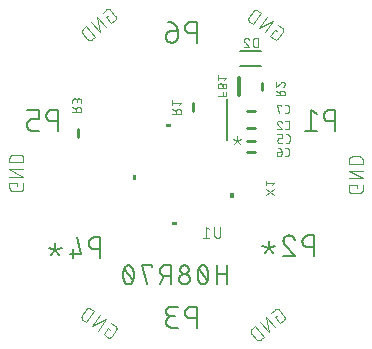
<source format=gbr>
G04 EAGLE Gerber RS-274X export*
G75*
%MOMM*%
%FSLAX34Y34*%
%LPD*%
%INSilkscreen Bottom*%
%IPPOS*%
%AMOC8*
5,1,8,0,0,1.08239X$1,22.5*%
G01*
%ADD10C,0.152400*%
%ADD11C,0.101600*%
%ADD12C,0.076200*%
%ADD13C,0.254000*%
%ADD14C,0.304800*%
%ADD15C,0.150000*%

G36*
X811729Y586107D02*
X811729Y586107D01*
X811731Y586106D01*
X811774Y586126D01*
X811818Y586144D01*
X811818Y586146D01*
X811820Y586147D01*
X811853Y586232D01*
X811853Y588772D01*
X811852Y588774D01*
X811853Y588776D01*
X811833Y588819D01*
X811815Y588863D01*
X811813Y588863D01*
X811812Y588865D01*
X811727Y588898D01*
X807917Y588898D01*
X807915Y588897D01*
X807913Y588898D01*
X807870Y588878D01*
X807826Y588860D01*
X807826Y588858D01*
X807824Y588857D01*
X807791Y588772D01*
X807791Y586232D01*
X807792Y586230D01*
X807791Y586228D01*
X807811Y586185D01*
X807829Y586141D01*
X807831Y586141D01*
X807832Y586139D01*
X807917Y586106D01*
X811727Y586106D01*
X811729Y586107D01*
G37*
G36*
X782195Y541569D02*
X782195Y541569D01*
X782197Y541568D01*
X782240Y541588D01*
X782284Y541606D01*
X782284Y541608D01*
X782286Y541609D01*
X782319Y541694D01*
X782319Y545504D01*
X782318Y545506D01*
X782319Y545508D01*
X782299Y545551D01*
X782281Y545595D01*
X782279Y545595D01*
X782278Y545597D01*
X782193Y545630D01*
X779653Y545630D01*
X779651Y545629D01*
X779649Y545630D01*
X779606Y545610D01*
X779562Y545592D01*
X779562Y545590D01*
X779560Y545589D01*
X779527Y545504D01*
X779527Y541694D01*
X779528Y541692D01*
X779527Y541690D01*
X779547Y541647D01*
X779565Y541603D01*
X779567Y541603D01*
X779568Y541601D01*
X779653Y541568D01*
X782193Y541568D01*
X782195Y541569D01*
G37*
G36*
X864999Y526566D02*
X864999Y526566D01*
X865001Y526565D01*
X865044Y526585D01*
X865088Y526603D01*
X865088Y526605D01*
X865090Y526606D01*
X865123Y526691D01*
X865123Y530501D01*
X865122Y530503D01*
X865123Y530505D01*
X865103Y530548D01*
X865085Y530592D01*
X865083Y530592D01*
X865082Y530594D01*
X864997Y530627D01*
X862457Y530627D01*
X862455Y530626D01*
X862453Y530627D01*
X862410Y530607D01*
X862366Y530589D01*
X862366Y530587D01*
X862364Y530586D01*
X862331Y530501D01*
X862331Y526691D01*
X862332Y526689D01*
X862331Y526687D01*
X862351Y526644D01*
X862369Y526600D01*
X862371Y526600D01*
X862372Y526598D01*
X862457Y526565D01*
X864997Y526565D01*
X864999Y526566D01*
G37*
G36*
X816730Y503303D02*
X816730Y503303D01*
X816732Y503302D01*
X816775Y503322D01*
X816819Y503340D01*
X816819Y503342D01*
X816821Y503343D01*
X816854Y503428D01*
X816854Y505968D01*
X816853Y505970D01*
X816854Y505972D01*
X816834Y506015D01*
X816816Y506059D01*
X816814Y506059D01*
X816813Y506061D01*
X816728Y506094D01*
X812918Y506094D01*
X812916Y506093D01*
X812914Y506094D01*
X812871Y506074D01*
X812827Y506056D01*
X812827Y506054D01*
X812825Y506053D01*
X812792Y505968D01*
X812792Y503428D01*
X812793Y503426D01*
X812792Y503424D01*
X812812Y503381D01*
X812830Y503337D01*
X812832Y503337D01*
X812833Y503335D01*
X812918Y503302D01*
X816728Y503302D01*
X816730Y503303D01*
G37*
D10*
X859663Y453200D02*
X859663Y469456D01*
X859663Y462231D02*
X850632Y462231D01*
X850632Y469456D02*
X850632Y453200D01*
X843511Y461328D02*
X843507Y461648D01*
X843496Y461967D01*
X843477Y462287D01*
X843450Y462605D01*
X843416Y462923D01*
X843374Y463240D01*
X843324Y463556D01*
X843267Y463871D01*
X843203Y464184D01*
X843131Y464496D01*
X843052Y464806D01*
X842965Y465113D01*
X842871Y465419D01*
X842770Y465722D01*
X842661Y466023D01*
X842546Y466321D01*
X842423Y466617D01*
X842293Y466909D01*
X842156Y467198D01*
X842117Y467306D01*
X842074Y467413D01*
X842028Y467518D01*
X841977Y467622D01*
X841924Y467724D01*
X841867Y467824D01*
X841806Y467922D01*
X841742Y468017D01*
X841675Y468111D01*
X841604Y468202D01*
X841531Y468291D01*
X841454Y468377D01*
X841375Y468460D01*
X841293Y468541D01*
X841208Y468619D01*
X841120Y468693D01*
X841030Y468765D01*
X840938Y468833D01*
X840843Y468899D01*
X840746Y468961D01*
X840647Y469019D01*
X840545Y469075D01*
X840443Y469126D01*
X840338Y469174D01*
X840232Y469219D01*
X840124Y469260D01*
X840015Y469297D01*
X839905Y469330D01*
X839793Y469359D01*
X839681Y469385D01*
X839568Y469407D01*
X839454Y469424D01*
X839340Y469438D01*
X839225Y469448D01*
X839110Y469454D01*
X838995Y469456D01*
X838880Y469454D01*
X838765Y469448D01*
X838650Y469438D01*
X838536Y469424D01*
X838422Y469407D01*
X838309Y469385D01*
X838197Y469359D01*
X838085Y469330D01*
X837975Y469297D01*
X837866Y469260D01*
X837758Y469219D01*
X837652Y469174D01*
X837548Y469126D01*
X837445Y469075D01*
X837344Y469019D01*
X837244Y468961D01*
X837147Y468899D01*
X837053Y468834D01*
X836960Y468765D01*
X836870Y468693D01*
X836782Y468619D01*
X836697Y468541D01*
X836615Y468460D01*
X836536Y468377D01*
X836459Y468291D01*
X836386Y468202D01*
X836315Y468111D01*
X836248Y468017D01*
X836184Y467922D01*
X836123Y467824D01*
X836066Y467724D01*
X836013Y467622D01*
X835962Y467518D01*
X835916Y467413D01*
X835873Y467306D01*
X835834Y467198D01*
X835835Y467198D02*
X835698Y466909D01*
X835568Y466617D01*
X835445Y466321D01*
X835330Y466023D01*
X835221Y465722D01*
X835120Y465419D01*
X835026Y465113D01*
X834939Y464806D01*
X834860Y464496D01*
X834788Y464184D01*
X834724Y463871D01*
X834667Y463556D01*
X834617Y463240D01*
X834575Y462923D01*
X834541Y462605D01*
X834514Y462287D01*
X834495Y461967D01*
X834484Y461648D01*
X834480Y461328D01*
X843510Y461328D02*
X843506Y461008D01*
X843495Y460689D01*
X843476Y460369D01*
X843449Y460051D01*
X843415Y459733D01*
X843373Y459416D01*
X843323Y459100D01*
X843266Y458785D01*
X843202Y458472D01*
X843130Y458160D01*
X843051Y457850D01*
X842964Y457543D01*
X842870Y457237D01*
X842769Y456934D01*
X842660Y456633D01*
X842545Y456335D01*
X842422Y456039D01*
X842292Y455747D01*
X842155Y455458D01*
X842156Y455457D02*
X842117Y455349D01*
X842074Y455242D01*
X842028Y455137D01*
X841977Y455033D01*
X841924Y454931D01*
X841867Y454831D01*
X841806Y454733D01*
X841742Y454638D01*
X841675Y454544D01*
X841604Y454453D01*
X841531Y454364D01*
X841454Y454278D01*
X841375Y454195D01*
X841293Y454114D01*
X841208Y454036D01*
X841120Y453962D01*
X841030Y453890D01*
X840937Y453821D01*
X840843Y453756D01*
X840746Y453694D01*
X840646Y453636D01*
X840545Y453580D01*
X840443Y453529D01*
X840338Y453481D01*
X840232Y453436D01*
X840124Y453395D01*
X840015Y453358D01*
X839905Y453325D01*
X839793Y453296D01*
X839681Y453270D01*
X839568Y453248D01*
X839454Y453231D01*
X839340Y453217D01*
X839225Y453207D01*
X839110Y453201D01*
X838995Y453199D01*
X835835Y455458D02*
X835698Y455747D01*
X835568Y456039D01*
X835445Y456335D01*
X835330Y456633D01*
X835221Y456934D01*
X835120Y457237D01*
X835026Y457543D01*
X834939Y457850D01*
X834860Y458160D01*
X834788Y458472D01*
X834724Y458785D01*
X834667Y459100D01*
X834617Y459416D01*
X834575Y459733D01*
X834541Y460051D01*
X834514Y460369D01*
X834495Y460689D01*
X834484Y461008D01*
X834480Y461328D01*
X835834Y455457D02*
X835873Y455349D01*
X835916Y455242D01*
X835962Y455137D01*
X836013Y455033D01*
X836066Y454931D01*
X836124Y454831D01*
X836184Y454733D01*
X836248Y454638D01*
X836315Y454544D01*
X836386Y454453D01*
X836459Y454364D01*
X836536Y454278D01*
X836615Y454195D01*
X836697Y454114D01*
X836782Y454036D01*
X836870Y453962D01*
X836960Y453890D01*
X837053Y453821D01*
X837147Y453756D01*
X837244Y453694D01*
X837344Y453636D01*
X837445Y453580D01*
X837548Y453529D01*
X837652Y453481D01*
X837758Y453436D01*
X837866Y453395D01*
X837975Y453358D01*
X838085Y453325D01*
X838197Y453296D01*
X838309Y453270D01*
X838422Y453248D01*
X838536Y453231D01*
X838650Y453217D01*
X838765Y453207D01*
X838880Y453201D01*
X838995Y453199D01*
X842608Y456812D02*
X835383Y465843D01*
X827880Y457715D02*
X827878Y457848D01*
X827872Y457980D01*
X827862Y458112D01*
X827849Y458244D01*
X827831Y458376D01*
X827810Y458506D01*
X827785Y458637D01*
X827756Y458766D01*
X827723Y458894D01*
X827687Y459022D01*
X827647Y459148D01*
X827603Y459273D01*
X827555Y459397D01*
X827504Y459519D01*
X827449Y459640D01*
X827391Y459759D01*
X827329Y459877D01*
X827264Y459992D01*
X827195Y460106D01*
X827124Y460217D01*
X827048Y460326D01*
X826970Y460433D01*
X826889Y460538D01*
X826804Y460640D01*
X826717Y460740D01*
X826627Y460837D01*
X826534Y460932D01*
X826438Y461023D01*
X826340Y461112D01*
X826239Y461198D01*
X826135Y461281D01*
X826029Y461361D01*
X825921Y461437D01*
X825811Y461511D01*
X825698Y461581D01*
X825584Y461648D01*
X825467Y461711D01*
X825349Y461771D01*
X825229Y461828D01*
X825107Y461881D01*
X824984Y461930D01*
X824860Y461976D01*
X824734Y462018D01*
X824607Y462056D01*
X824479Y462091D01*
X824350Y462122D01*
X824221Y462149D01*
X824090Y462172D01*
X823959Y462192D01*
X823827Y462207D01*
X823695Y462219D01*
X823563Y462227D01*
X823430Y462231D01*
X823298Y462231D01*
X823165Y462227D01*
X823033Y462219D01*
X822901Y462207D01*
X822769Y462192D01*
X822638Y462172D01*
X822507Y462149D01*
X822378Y462122D01*
X822249Y462091D01*
X822121Y462056D01*
X821994Y462018D01*
X821868Y461976D01*
X821744Y461930D01*
X821621Y461881D01*
X821499Y461828D01*
X821379Y461771D01*
X821261Y461711D01*
X821144Y461648D01*
X821030Y461581D01*
X820917Y461511D01*
X820807Y461437D01*
X820699Y461361D01*
X820593Y461281D01*
X820489Y461198D01*
X820388Y461112D01*
X820290Y461023D01*
X820194Y460932D01*
X820101Y460837D01*
X820011Y460740D01*
X819924Y460640D01*
X819839Y460538D01*
X819758Y460433D01*
X819680Y460326D01*
X819604Y460217D01*
X819533Y460106D01*
X819464Y459992D01*
X819399Y459877D01*
X819337Y459759D01*
X819279Y459640D01*
X819224Y459519D01*
X819173Y459397D01*
X819125Y459273D01*
X819081Y459148D01*
X819041Y459022D01*
X819005Y458894D01*
X818972Y458766D01*
X818943Y458637D01*
X818918Y458506D01*
X818897Y458376D01*
X818879Y458244D01*
X818866Y458112D01*
X818856Y457980D01*
X818850Y457848D01*
X818848Y457715D01*
X818850Y457582D01*
X818856Y457450D01*
X818866Y457318D01*
X818879Y457186D01*
X818897Y457054D01*
X818918Y456924D01*
X818943Y456793D01*
X818972Y456664D01*
X819005Y456536D01*
X819041Y456408D01*
X819081Y456282D01*
X819125Y456157D01*
X819173Y456033D01*
X819224Y455911D01*
X819279Y455790D01*
X819337Y455671D01*
X819399Y455553D01*
X819464Y455438D01*
X819533Y455324D01*
X819604Y455213D01*
X819680Y455104D01*
X819758Y454997D01*
X819839Y454892D01*
X819924Y454790D01*
X820011Y454690D01*
X820101Y454593D01*
X820194Y454498D01*
X820290Y454407D01*
X820388Y454318D01*
X820489Y454232D01*
X820593Y454149D01*
X820699Y454069D01*
X820807Y453993D01*
X820917Y453919D01*
X821030Y453849D01*
X821144Y453782D01*
X821261Y453719D01*
X821379Y453659D01*
X821499Y453602D01*
X821621Y453549D01*
X821744Y453500D01*
X821868Y453454D01*
X821994Y453412D01*
X822121Y453374D01*
X822249Y453339D01*
X822378Y453308D01*
X822507Y453281D01*
X822638Y453258D01*
X822769Y453238D01*
X822901Y453223D01*
X823033Y453211D01*
X823165Y453203D01*
X823298Y453199D01*
X823430Y453199D01*
X823563Y453203D01*
X823695Y453211D01*
X823827Y453223D01*
X823959Y453238D01*
X824090Y453258D01*
X824221Y453281D01*
X824350Y453308D01*
X824479Y453339D01*
X824607Y453374D01*
X824734Y453412D01*
X824860Y453454D01*
X824984Y453500D01*
X825107Y453549D01*
X825229Y453602D01*
X825349Y453659D01*
X825467Y453719D01*
X825584Y453782D01*
X825698Y453849D01*
X825811Y453919D01*
X825921Y453993D01*
X826029Y454069D01*
X826135Y454149D01*
X826239Y454232D01*
X826340Y454318D01*
X826438Y454407D01*
X826534Y454498D01*
X826627Y454593D01*
X826717Y454690D01*
X826804Y454790D01*
X826889Y454892D01*
X826970Y454997D01*
X827048Y455104D01*
X827124Y455213D01*
X827195Y455324D01*
X827264Y455438D01*
X827329Y455553D01*
X827391Y455671D01*
X827449Y455790D01*
X827504Y455911D01*
X827555Y456033D01*
X827603Y456157D01*
X827647Y456282D01*
X827687Y456408D01*
X827723Y456536D01*
X827756Y456664D01*
X827785Y456793D01*
X827810Y456924D01*
X827831Y457054D01*
X827849Y457186D01*
X827862Y457318D01*
X827872Y457450D01*
X827878Y457582D01*
X827880Y457715D01*
X826976Y465843D02*
X826974Y465962D01*
X826968Y466082D01*
X826958Y466201D01*
X826944Y466319D01*
X826927Y466438D01*
X826905Y466555D01*
X826880Y466672D01*
X826850Y466787D01*
X826817Y466902D01*
X826780Y467016D01*
X826740Y467128D01*
X826695Y467239D01*
X826647Y467348D01*
X826596Y467456D01*
X826541Y467562D01*
X826482Y467666D01*
X826420Y467768D01*
X826355Y467868D01*
X826286Y467966D01*
X826214Y468062D01*
X826139Y468155D01*
X826062Y468245D01*
X825981Y468333D01*
X825897Y468418D01*
X825810Y468500D01*
X825721Y468580D01*
X825629Y468656D01*
X825535Y468730D01*
X825438Y468800D01*
X825340Y468867D01*
X825239Y468931D01*
X825135Y468991D01*
X825030Y469048D01*
X824923Y469101D01*
X824815Y469151D01*
X824705Y469197D01*
X824593Y469239D01*
X824480Y469278D01*
X824366Y469313D01*
X824251Y469344D01*
X824134Y469372D01*
X824017Y469395D01*
X823900Y469415D01*
X823781Y469431D01*
X823662Y469443D01*
X823543Y469451D01*
X823424Y469455D01*
X823304Y469455D01*
X823185Y469451D01*
X823066Y469443D01*
X822947Y469431D01*
X822828Y469415D01*
X822711Y469395D01*
X822594Y469372D01*
X822477Y469344D01*
X822362Y469313D01*
X822248Y469278D01*
X822135Y469239D01*
X822023Y469197D01*
X821913Y469151D01*
X821805Y469101D01*
X821698Y469048D01*
X821593Y468991D01*
X821489Y468931D01*
X821388Y468867D01*
X821290Y468800D01*
X821193Y468730D01*
X821099Y468656D01*
X821007Y468580D01*
X820918Y468500D01*
X820831Y468418D01*
X820747Y468333D01*
X820666Y468245D01*
X820589Y468155D01*
X820514Y468062D01*
X820442Y467966D01*
X820373Y467868D01*
X820308Y467768D01*
X820246Y467666D01*
X820187Y467562D01*
X820132Y467456D01*
X820081Y467348D01*
X820033Y467239D01*
X819988Y467128D01*
X819948Y467016D01*
X819911Y466902D01*
X819878Y466787D01*
X819848Y466672D01*
X819823Y466555D01*
X819801Y466438D01*
X819784Y466319D01*
X819770Y466201D01*
X819760Y466082D01*
X819754Y465962D01*
X819752Y465843D01*
X819754Y465724D01*
X819760Y465604D01*
X819770Y465485D01*
X819784Y465367D01*
X819801Y465248D01*
X819823Y465131D01*
X819848Y465014D01*
X819878Y464899D01*
X819911Y464784D01*
X819948Y464670D01*
X819988Y464558D01*
X820033Y464447D01*
X820081Y464338D01*
X820132Y464230D01*
X820187Y464124D01*
X820246Y464020D01*
X820308Y463918D01*
X820373Y463818D01*
X820442Y463720D01*
X820514Y463624D01*
X820589Y463531D01*
X820666Y463441D01*
X820747Y463353D01*
X820831Y463268D01*
X820918Y463186D01*
X821007Y463106D01*
X821099Y463030D01*
X821193Y462956D01*
X821290Y462886D01*
X821388Y462819D01*
X821489Y462755D01*
X821593Y462695D01*
X821698Y462638D01*
X821805Y462585D01*
X821913Y462535D01*
X822023Y462489D01*
X822135Y462447D01*
X822248Y462408D01*
X822362Y462373D01*
X822477Y462342D01*
X822594Y462314D01*
X822711Y462291D01*
X822828Y462271D01*
X822947Y462255D01*
X823066Y462243D01*
X823185Y462235D01*
X823304Y462231D01*
X823424Y462231D01*
X823543Y462235D01*
X823662Y462243D01*
X823781Y462255D01*
X823900Y462271D01*
X824017Y462291D01*
X824134Y462314D01*
X824251Y462342D01*
X824366Y462373D01*
X824480Y462408D01*
X824593Y462447D01*
X824705Y462489D01*
X824815Y462535D01*
X824923Y462585D01*
X825030Y462638D01*
X825135Y462695D01*
X825239Y462755D01*
X825340Y462819D01*
X825438Y462886D01*
X825535Y462956D01*
X825629Y463030D01*
X825721Y463106D01*
X825810Y463186D01*
X825897Y463268D01*
X825981Y463353D01*
X826062Y463441D01*
X826139Y463531D01*
X826214Y463624D01*
X826286Y463720D01*
X826355Y463818D01*
X826420Y463918D01*
X826482Y464020D01*
X826541Y464124D01*
X826596Y464230D01*
X826647Y464338D01*
X826695Y464447D01*
X826740Y464558D01*
X826780Y464670D01*
X826817Y464784D01*
X826850Y464899D01*
X826880Y465014D01*
X826905Y465131D01*
X826927Y465248D01*
X826944Y465367D01*
X826958Y465485D01*
X826968Y465604D01*
X826974Y465724D01*
X826976Y465843D01*
X811636Y469456D02*
X811636Y453200D01*
X811636Y469456D02*
X807120Y469456D01*
X806987Y469454D01*
X806855Y469448D01*
X806723Y469438D01*
X806591Y469425D01*
X806459Y469407D01*
X806329Y469386D01*
X806198Y469361D01*
X806069Y469332D01*
X805941Y469299D01*
X805813Y469263D01*
X805687Y469223D01*
X805562Y469179D01*
X805438Y469131D01*
X805316Y469080D01*
X805195Y469025D01*
X805076Y468967D01*
X804958Y468905D01*
X804843Y468840D01*
X804729Y468771D01*
X804618Y468700D01*
X804509Y468624D01*
X804402Y468546D01*
X804297Y468465D01*
X804195Y468380D01*
X804095Y468293D01*
X803998Y468203D01*
X803903Y468110D01*
X803812Y468014D01*
X803723Y467916D01*
X803637Y467815D01*
X803554Y467711D01*
X803474Y467605D01*
X803398Y467497D01*
X803324Y467387D01*
X803254Y467274D01*
X803187Y467160D01*
X803124Y467043D01*
X803064Y466925D01*
X803007Y466805D01*
X802954Y466683D01*
X802905Y466560D01*
X802859Y466436D01*
X802817Y466310D01*
X802779Y466183D01*
X802744Y466055D01*
X802713Y465926D01*
X802686Y465797D01*
X802663Y465666D01*
X802643Y465535D01*
X802628Y465403D01*
X802616Y465271D01*
X802608Y465139D01*
X802604Y465006D01*
X802604Y464874D01*
X802608Y464741D01*
X802616Y464609D01*
X802628Y464477D01*
X802643Y464345D01*
X802663Y464214D01*
X802686Y464083D01*
X802713Y463954D01*
X802744Y463825D01*
X802779Y463697D01*
X802817Y463570D01*
X802859Y463444D01*
X802905Y463320D01*
X802954Y463197D01*
X803007Y463075D01*
X803064Y462955D01*
X803124Y462837D01*
X803187Y462720D01*
X803254Y462606D01*
X803324Y462493D01*
X803398Y462383D01*
X803474Y462275D01*
X803554Y462169D01*
X803637Y462065D01*
X803723Y461964D01*
X803812Y461866D01*
X803903Y461770D01*
X803998Y461677D01*
X804095Y461587D01*
X804195Y461500D01*
X804297Y461415D01*
X804402Y461334D01*
X804509Y461256D01*
X804618Y461180D01*
X804729Y461109D01*
X804843Y461040D01*
X804958Y460975D01*
X805076Y460913D01*
X805195Y460855D01*
X805316Y460800D01*
X805438Y460749D01*
X805562Y460701D01*
X805687Y460657D01*
X805813Y460617D01*
X805941Y460581D01*
X806069Y460548D01*
X806198Y460519D01*
X806329Y460494D01*
X806459Y460473D01*
X806591Y460455D01*
X806723Y460442D01*
X806855Y460432D01*
X806987Y460426D01*
X807120Y460424D01*
X811636Y460424D01*
X806217Y460424D02*
X802605Y453200D01*
X796096Y467649D02*
X796096Y469456D01*
X787065Y469456D01*
X791580Y453200D01*
X780465Y461328D02*
X780461Y461648D01*
X780450Y461967D01*
X780431Y462287D01*
X780404Y462605D01*
X780370Y462923D01*
X780328Y463240D01*
X780278Y463556D01*
X780221Y463871D01*
X780157Y464184D01*
X780085Y464496D01*
X780006Y464806D01*
X779919Y465113D01*
X779825Y465419D01*
X779724Y465722D01*
X779615Y466023D01*
X779500Y466321D01*
X779377Y466617D01*
X779247Y466909D01*
X779110Y467198D01*
X779071Y467306D01*
X779028Y467413D01*
X778982Y467518D01*
X778931Y467622D01*
X778878Y467724D01*
X778821Y467824D01*
X778760Y467922D01*
X778696Y468017D01*
X778629Y468111D01*
X778558Y468202D01*
X778485Y468291D01*
X778408Y468377D01*
X778329Y468460D01*
X778247Y468541D01*
X778162Y468619D01*
X778074Y468693D01*
X777984Y468765D01*
X777892Y468833D01*
X777797Y468899D01*
X777700Y468961D01*
X777601Y469019D01*
X777499Y469075D01*
X777397Y469126D01*
X777292Y469174D01*
X777186Y469219D01*
X777078Y469260D01*
X776969Y469297D01*
X776859Y469330D01*
X776747Y469359D01*
X776635Y469385D01*
X776522Y469407D01*
X776408Y469424D01*
X776294Y469438D01*
X776179Y469448D01*
X776064Y469454D01*
X775949Y469456D01*
X775834Y469454D01*
X775719Y469448D01*
X775604Y469438D01*
X775490Y469424D01*
X775376Y469407D01*
X775263Y469385D01*
X775151Y469359D01*
X775039Y469330D01*
X774929Y469297D01*
X774820Y469260D01*
X774712Y469219D01*
X774606Y469174D01*
X774502Y469126D01*
X774399Y469075D01*
X774298Y469019D01*
X774198Y468961D01*
X774101Y468899D01*
X774007Y468834D01*
X773914Y468765D01*
X773824Y468693D01*
X773736Y468619D01*
X773651Y468541D01*
X773569Y468460D01*
X773490Y468377D01*
X773413Y468291D01*
X773340Y468202D01*
X773269Y468111D01*
X773202Y468017D01*
X773138Y467922D01*
X773077Y467824D01*
X773020Y467724D01*
X772967Y467622D01*
X772916Y467518D01*
X772870Y467413D01*
X772827Y467306D01*
X772788Y467198D01*
X772789Y467198D02*
X772652Y466909D01*
X772522Y466617D01*
X772399Y466321D01*
X772284Y466023D01*
X772175Y465722D01*
X772074Y465419D01*
X771980Y465113D01*
X771893Y464806D01*
X771814Y464496D01*
X771742Y464184D01*
X771678Y463871D01*
X771621Y463556D01*
X771571Y463240D01*
X771529Y462923D01*
X771495Y462605D01*
X771468Y462287D01*
X771449Y461967D01*
X771438Y461648D01*
X771434Y461328D01*
X780464Y461328D02*
X780460Y461008D01*
X780449Y460689D01*
X780430Y460369D01*
X780403Y460051D01*
X780369Y459733D01*
X780327Y459416D01*
X780277Y459100D01*
X780220Y458785D01*
X780156Y458472D01*
X780084Y458160D01*
X780005Y457850D01*
X779918Y457543D01*
X779824Y457237D01*
X779723Y456934D01*
X779614Y456633D01*
X779499Y456335D01*
X779376Y456039D01*
X779246Y455747D01*
X779109Y455458D01*
X779110Y455457D02*
X779071Y455349D01*
X779028Y455242D01*
X778982Y455137D01*
X778931Y455033D01*
X778878Y454931D01*
X778821Y454831D01*
X778760Y454733D01*
X778696Y454638D01*
X778629Y454544D01*
X778558Y454453D01*
X778485Y454364D01*
X778408Y454278D01*
X778329Y454195D01*
X778247Y454114D01*
X778162Y454036D01*
X778074Y453962D01*
X777984Y453890D01*
X777891Y453821D01*
X777797Y453756D01*
X777700Y453694D01*
X777600Y453636D01*
X777499Y453580D01*
X777397Y453529D01*
X777292Y453481D01*
X777186Y453436D01*
X777078Y453395D01*
X776969Y453358D01*
X776859Y453325D01*
X776747Y453296D01*
X776635Y453270D01*
X776522Y453248D01*
X776408Y453231D01*
X776294Y453217D01*
X776179Y453207D01*
X776064Y453201D01*
X775949Y453199D01*
X772789Y455458D02*
X772652Y455747D01*
X772522Y456039D01*
X772399Y456335D01*
X772284Y456633D01*
X772175Y456934D01*
X772074Y457237D01*
X771980Y457543D01*
X771893Y457850D01*
X771814Y458160D01*
X771742Y458472D01*
X771678Y458785D01*
X771621Y459100D01*
X771571Y459416D01*
X771529Y459733D01*
X771495Y460051D01*
X771468Y460369D01*
X771449Y460689D01*
X771438Y461008D01*
X771434Y461328D01*
X772788Y455457D02*
X772827Y455349D01*
X772870Y455242D01*
X772916Y455137D01*
X772967Y455033D01*
X773020Y454931D01*
X773078Y454831D01*
X773138Y454733D01*
X773202Y454638D01*
X773269Y454544D01*
X773340Y454453D01*
X773413Y454364D01*
X773490Y454278D01*
X773569Y454195D01*
X773651Y454114D01*
X773736Y454036D01*
X773824Y453962D01*
X773914Y453890D01*
X774007Y453821D01*
X774101Y453756D01*
X774198Y453694D01*
X774298Y453636D01*
X774399Y453580D01*
X774502Y453529D01*
X774606Y453481D01*
X774712Y453436D01*
X774820Y453395D01*
X774929Y453358D01*
X775039Y453325D01*
X775151Y453296D01*
X775263Y453270D01*
X775376Y453248D01*
X775490Y453231D01*
X775604Y453217D01*
X775719Y453207D01*
X775834Y453201D01*
X775949Y453199D01*
X779562Y456812D02*
X772337Y465843D01*
D11*
X758588Y416088D02*
X760184Y414971D01*
X758588Y416088D02*
X754865Y410771D01*
X758056Y408537D01*
X758139Y408482D01*
X758223Y408430D01*
X758310Y408381D01*
X758398Y408335D01*
X758488Y408293D01*
X758580Y408254D01*
X758673Y408219D01*
X758767Y408187D01*
X758862Y408159D01*
X758959Y408135D01*
X759056Y408114D01*
X759154Y408098D01*
X759253Y408084D01*
X759352Y408075D01*
X759451Y408070D01*
X759551Y408068D01*
X759650Y408070D01*
X759749Y408076D01*
X759848Y408086D01*
X759947Y408099D01*
X760045Y408117D01*
X760142Y408138D01*
X760238Y408162D01*
X760334Y408191D01*
X760428Y408223D01*
X760521Y408258D01*
X760612Y408297D01*
X760702Y408340D01*
X760790Y408386D01*
X760876Y408435D01*
X760961Y408488D01*
X761043Y408544D01*
X761123Y408603D01*
X761201Y408665D01*
X761276Y408730D01*
X761349Y408797D01*
X761419Y408868D01*
X761487Y408941D01*
X761551Y409017D01*
X761613Y409095D01*
X761672Y409175D01*
X761672Y409174D02*
X765395Y414491D01*
X765395Y414492D02*
X765450Y414575D01*
X765502Y414659D01*
X765551Y414746D01*
X765597Y414834D01*
X765639Y414924D01*
X765678Y415016D01*
X765713Y415109D01*
X765745Y415203D01*
X765773Y415298D01*
X765797Y415395D01*
X765818Y415492D01*
X765834Y415590D01*
X765848Y415689D01*
X765857Y415788D01*
X765862Y415887D01*
X765864Y415987D01*
X765862Y416086D01*
X765856Y416185D01*
X765846Y416284D01*
X765833Y416383D01*
X765815Y416481D01*
X765794Y416578D01*
X765770Y416674D01*
X765741Y416770D01*
X765709Y416864D01*
X765674Y416957D01*
X765635Y417048D01*
X765592Y417138D01*
X765546Y417226D01*
X765497Y417312D01*
X765444Y417397D01*
X765388Y417479D01*
X765329Y417559D01*
X765267Y417637D01*
X765202Y417712D01*
X765135Y417785D01*
X765064Y417855D01*
X764991Y417923D01*
X764915Y417987D01*
X764837Y418049D01*
X764757Y418108D01*
X761567Y420341D01*
X756897Y423611D02*
X750195Y414040D01*
X744878Y417764D02*
X756897Y423611D01*
X751580Y427334D02*
X744878Y417764D01*
X740208Y421033D02*
X746910Y430604D01*
X744251Y432466D01*
X744252Y432466D02*
X744158Y432529D01*
X744062Y432589D01*
X743964Y432646D01*
X743864Y432699D01*
X743762Y432749D01*
X743658Y432795D01*
X743553Y432837D01*
X743447Y432876D01*
X743339Y432911D01*
X743230Y432942D01*
X743120Y432970D01*
X743009Y432993D01*
X742898Y433013D01*
X742786Y433029D01*
X742673Y433041D01*
X742560Y433049D01*
X742447Y433053D01*
X742333Y433053D01*
X742220Y433049D01*
X742107Y433041D01*
X741994Y433029D01*
X741882Y433013D01*
X741771Y432993D01*
X741660Y432970D01*
X741550Y432942D01*
X741441Y432911D01*
X741333Y432876D01*
X741227Y432837D01*
X741122Y432795D01*
X741018Y432749D01*
X740916Y432699D01*
X740816Y432646D01*
X740718Y432589D01*
X740622Y432529D01*
X740528Y432466D01*
X740437Y432399D01*
X740347Y432330D01*
X740260Y432257D01*
X740176Y432181D01*
X740095Y432102D01*
X740016Y432021D01*
X739940Y431937D01*
X739867Y431850D01*
X739798Y431761D01*
X739731Y431669D01*
X736753Y427415D01*
X736752Y427416D02*
X736689Y427322D01*
X736629Y427226D01*
X736572Y427128D01*
X736519Y427028D01*
X736469Y426926D01*
X736423Y426822D01*
X736381Y426717D01*
X736342Y426611D01*
X736307Y426503D01*
X736276Y426394D01*
X736248Y426284D01*
X736225Y426173D01*
X736205Y426062D01*
X736189Y425950D01*
X736177Y425837D01*
X736169Y425724D01*
X736165Y425611D01*
X736165Y425497D01*
X736169Y425384D01*
X736177Y425271D01*
X736189Y425158D01*
X736205Y425046D01*
X736225Y424935D01*
X736248Y424824D01*
X736276Y424714D01*
X736307Y424605D01*
X736342Y424497D01*
X736381Y424391D01*
X736423Y424286D01*
X736469Y424182D01*
X736519Y424080D01*
X736572Y423980D01*
X736629Y423882D01*
X736689Y423786D01*
X736752Y423692D01*
X736819Y423600D01*
X736888Y423511D01*
X736961Y423424D01*
X737037Y423340D01*
X737116Y423259D01*
X737197Y423180D01*
X737281Y423104D01*
X737368Y423031D01*
X737458Y422962D01*
X737549Y422895D01*
X737550Y422895D02*
X740208Y421033D01*
X900199Y425348D02*
X901690Y426600D01*
X900199Y425348D02*
X904371Y420375D01*
X907355Y422879D01*
X907430Y422945D01*
X907502Y423013D01*
X907572Y423084D01*
X907639Y423157D01*
X907703Y423233D01*
X907764Y423312D01*
X907822Y423393D01*
X907877Y423476D01*
X907929Y423560D01*
X907977Y423647D01*
X908022Y423736D01*
X908064Y423826D01*
X908102Y423918D01*
X908137Y424011D01*
X908168Y424106D01*
X908195Y424201D01*
X908219Y424298D01*
X908239Y424395D01*
X908255Y424494D01*
X908267Y424592D01*
X908276Y424691D01*
X908281Y424791D01*
X908282Y424890D01*
X908279Y424990D01*
X908273Y425089D01*
X908262Y425188D01*
X908248Y425286D01*
X908230Y425384D01*
X908209Y425481D01*
X908183Y425577D01*
X908154Y425672D01*
X908122Y425766D01*
X908085Y425859D01*
X908046Y425950D01*
X908003Y426040D01*
X907956Y426128D01*
X907906Y426214D01*
X907853Y426298D01*
X907797Y426380D01*
X907737Y426459D01*
X907675Y426537D01*
X903502Y431509D01*
X903437Y431584D01*
X903369Y431657D01*
X903298Y431726D01*
X903224Y431793D01*
X903148Y431858D01*
X903070Y431919D01*
X902989Y431977D01*
X902906Y432032D01*
X902821Y432084D01*
X902734Y432132D01*
X902645Y432177D01*
X902555Y432219D01*
X902463Y432257D01*
X902370Y432292D01*
X902275Y432323D01*
X902180Y432350D01*
X902083Y432374D01*
X901986Y432394D01*
X901888Y432410D01*
X901789Y432422D01*
X901690Y432431D01*
X901590Y432436D01*
X901491Y432437D01*
X901391Y432434D01*
X901292Y432428D01*
X901193Y432417D01*
X901095Y432403D01*
X900997Y432385D01*
X900900Y432364D01*
X900804Y432338D01*
X900708Y432309D01*
X900614Y432277D01*
X900522Y432240D01*
X900431Y432201D01*
X900341Y432157D01*
X900253Y432111D01*
X900167Y432061D01*
X900083Y432008D01*
X900001Y431951D01*
X899921Y431892D01*
X899844Y431829D01*
X896861Y429326D01*
X892494Y425661D02*
X900004Y416711D01*
X895032Y412538D02*
X892494Y425661D01*
X887521Y421489D02*
X895032Y412538D01*
X890664Y408874D02*
X883154Y417824D01*
X880668Y415738D01*
X880668Y415739D02*
X880582Y415664D01*
X880499Y415587D01*
X880419Y415507D01*
X880342Y415424D01*
X880267Y415339D01*
X880196Y415250D01*
X880128Y415160D01*
X880063Y415067D01*
X880001Y414972D01*
X879943Y414875D01*
X879888Y414776D01*
X879837Y414675D01*
X879789Y414572D01*
X879744Y414468D01*
X879704Y414362D01*
X879667Y414255D01*
X879634Y414147D01*
X879604Y414037D01*
X879579Y413927D01*
X879557Y413816D01*
X879540Y413704D01*
X879526Y413591D01*
X879516Y413478D01*
X879510Y413365D01*
X879508Y413252D01*
X879510Y413139D01*
X879516Y413026D01*
X879526Y412913D01*
X879540Y412800D01*
X879557Y412688D01*
X879579Y412577D01*
X879604Y412467D01*
X879634Y412357D01*
X879667Y412249D01*
X879704Y412142D01*
X879744Y412036D01*
X879789Y411932D01*
X879837Y411829D01*
X879888Y411728D01*
X879943Y411629D01*
X880001Y411532D01*
X880063Y411437D01*
X880128Y411344D01*
X880196Y411254D01*
X880267Y411166D01*
X880268Y411166D02*
X883606Y407188D01*
X883605Y407188D02*
X883680Y407102D01*
X883757Y407019D01*
X883837Y406939D01*
X883920Y406862D01*
X884006Y406787D01*
X884094Y406716D01*
X884184Y406648D01*
X884277Y406583D01*
X884372Y406521D01*
X884469Y406463D01*
X884568Y406408D01*
X884669Y406357D01*
X884772Y406309D01*
X884876Y406264D01*
X884982Y406224D01*
X885089Y406187D01*
X885197Y406154D01*
X885307Y406124D01*
X885417Y406099D01*
X885528Y406077D01*
X885640Y406060D01*
X885753Y406046D01*
X885866Y406036D01*
X885979Y406030D01*
X886092Y406028D01*
X886205Y406030D01*
X886318Y406036D01*
X886431Y406046D01*
X886544Y406060D01*
X886656Y406077D01*
X886767Y406099D01*
X886877Y406124D01*
X886987Y406154D01*
X887095Y406187D01*
X887202Y406224D01*
X887308Y406264D01*
X887412Y406309D01*
X887515Y406357D01*
X887616Y406408D01*
X887715Y406463D01*
X887812Y406521D01*
X887907Y406583D01*
X888000Y406648D01*
X888090Y406716D01*
X888179Y406787D01*
X888178Y406788D02*
X890664Y408874D01*
X901471Y667383D02*
X899876Y668500D01*
X896153Y663183D01*
X899343Y660949D01*
X899426Y660894D01*
X899510Y660842D01*
X899597Y660793D01*
X899685Y660747D01*
X899775Y660705D01*
X899867Y660666D01*
X899960Y660631D01*
X900054Y660599D01*
X900149Y660571D01*
X900246Y660547D01*
X900343Y660526D01*
X900441Y660510D01*
X900540Y660496D01*
X900639Y660487D01*
X900738Y660482D01*
X900838Y660480D01*
X900937Y660482D01*
X901036Y660488D01*
X901135Y660498D01*
X901234Y660511D01*
X901332Y660529D01*
X901429Y660550D01*
X901525Y660574D01*
X901621Y660603D01*
X901715Y660635D01*
X901808Y660670D01*
X901899Y660709D01*
X901989Y660752D01*
X902077Y660798D01*
X902163Y660847D01*
X902248Y660900D01*
X902330Y660956D01*
X902410Y661015D01*
X902488Y661077D01*
X902563Y661142D01*
X902636Y661209D01*
X902706Y661280D01*
X902774Y661353D01*
X902838Y661429D01*
X902900Y661507D01*
X902959Y661587D01*
X906682Y666904D01*
X906737Y666987D01*
X906789Y667071D01*
X906838Y667158D01*
X906884Y667246D01*
X906926Y667336D01*
X906965Y667428D01*
X907000Y667521D01*
X907032Y667615D01*
X907060Y667710D01*
X907084Y667807D01*
X907105Y667904D01*
X907121Y668002D01*
X907135Y668101D01*
X907144Y668200D01*
X907149Y668299D01*
X907151Y668399D01*
X907149Y668498D01*
X907143Y668597D01*
X907133Y668696D01*
X907120Y668795D01*
X907102Y668893D01*
X907081Y668990D01*
X907057Y669086D01*
X907028Y669182D01*
X906996Y669276D01*
X906961Y669369D01*
X906922Y669460D01*
X906879Y669550D01*
X906833Y669638D01*
X906784Y669724D01*
X906731Y669809D01*
X906675Y669891D01*
X906616Y669971D01*
X906554Y670049D01*
X906489Y670124D01*
X906422Y670197D01*
X906351Y670267D01*
X906278Y670335D01*
X906202Y670399D01*
X906124Y670461D01*
X906044Y670520D01*
X906045Y670520D02*
X902854Y672754D01*
X898185Y676024D02*
X891483Y666453D01*
X886166Y670176D02*
X898185Y676024D01*
X892867Y679747D02*
X886166Y670176D01*
X881496Y673446D02*
X888197Y683017D01*
X885539Y684878D01*
X885539Y684879D02*
X885445Y684942D01*
X885349Y685002D01*
X885251Y685059D01*
X885151Y685112D01*
X885049Y685162D01*
X884945Y685208D01*
X884840Y685250D01*
X884734Y685289D01*
X884626Y685324D01*
X884517Y685355D01*
X884407Y685383D01*
X884296Y685406D01*
X884185Y685426D01*
X884073Y685442D01*
X883960Y685454D01*
X883847Y685462D01*
X883734Y685466D01*
X883620Y685466D01*
X883507Y685462D01*
X883394Y685454D01*
X883281Y685442D01*
X883169Y685426D01*
X883058Y685406D01*
X882947Y685383D01*
X882837Y685355D01*
X882728Y685324D01*
X882620Y685289D01*
X882514Y685250D01*
X882409Y685208D01*
X882305Y685162D01*
X882203Y685112D01*
X882103Y685059D01*
X882005Y685002D01*
X881909Y684942D01*
X881815Y684879D01*
X881724Y684812D01*
X881634Y684743D01*
X881547Y684670D01*
X881463Y684594D01*
X881382Y684515D01*
X881303Y684434D01*
X881227Y684350D01*
X881154Y684263D01*
X881085Y684174D01*
X881018Y684082D01*
X881019Y684081D02*
X878040Y679828D01*
X877977Y679734D01*
X877917Y679638D01*
X877860Y679540D01*
X877807Y679440D01*
X877757Y679338D01*
X877711Y679234D01*
X877669Y679129D01*
X877630Y679023D01*
X877595Y678915D01*
X877564Y678806D01*
X877536Y678696D01*
X877513Y678585D01*
X877493Y678474D01*
X877477Y678362D01*
X877465Y678249D01*
X877457Y678136D01*
X877453Y678023D01*
X877453Y677909D01*
X877457Y677796D01*
X877465Y677683D01*
X877477Y677570D01*
X877493Y677458D01*
X877513Y677347D01*
X877536Y677236D01*
X877564Y677126D01*
X877595Y677017D01*
X877630Y676909D01*
X877669Y676803D01*
X877711Y676698D01*
X877757Y676594D01*
X877807Y676492D01*
X877860Y676392D01*
X877917Y676294D01*
X877977Y676198D01*
X878040Y676104D01*
X878107Y676012D01*
X878176Y675923D01*
X878249Y675836D01*
X878325Y675752D01*
X878404Y675671D01*
X878485Y675592D01*
X878569Y675516D01*
X878656Y675443D01*
X878746Y675374D01*
X878837Y675307D01*
X881496Y673446D01*
X681687Y538741D02*
X681687Y536794D01*
X681687Y538741D02*
X675196Y538741D01*
X675196Y534846D01*
X675198Y534747D01*
X675204Y534647D01*
X675213Y534548D01*
X675226Y534450D01*
X675243Y534352D01*
X675264Y534254D01*
X675289Y534158D01*
X675317Y534063D01*
X675349Y533969D01*
X675384Y533876D01*
X675423Y533784D01*
X675466Y533694D01*
X675511Y533606D01*
X675561Y533519D01*
X675613Y533435D01*
X675669Y533352D01*
X675727Y533272D01*
X675789Y533194D01*
X675854Y533119D01*
X675922Y533046D01*
X675992Y532976D01*
X676065Y532908D01*
X676140Y532843D01*
X676218Y532781D01*
X676298Y532723D01*
X676381Y532667D01*
X676465Y532615D01*
X676552Y532565D01*
X676640Y532520D01*
X676730Y532477D01*
X676822Y532438D01*
X676915Y532403D01*
X677009Y532371D01*
X677104Y532343D01*
X677200Y532318D01*
X677298Y532297D01*
X677396Y532280D01*
X677494Y532267D01*
X677593Y532258D01*
X677693Y532252D01*
X677792Y532250D01*
X684283Y532250D01*
X684382Y532252D01*
X684482Y532258D01*
X684581Y532267D01*
X684679Y532280D01*
X684777Y532297D01*
X684875Y532318D01*
X684971Y532343D01*
X685066Y532371D01*
X685160Y532403D01*
X685253Y532438D01*
X685345Y532477D01*
X685435Y532520D01*
X685523Y532565D01*
X685610Y532615D01*
X685694Y532667D01*
X685777Y532723D01*
X685857Y532781D01*
X685935Y532843D01*
X686010Y532908D01*
X686083Y532976D01*
X686153Y533046D01*
X686221Y533119D01*
X686286Y533194D01*
X686348Y533272D01*
X686406Y533352D01*
X686462Y533435D01*
X686514Y533519D01*
X686564Y533606D01*
X686609Y533694D01*
X686652Y533784D01*
X686691Y533876D01*
X686726Y533968D01*
X686758Y534063D01*
X686786Y534158D01*
X686811Y534254D01*
X686832Y534352D01*
X686849Y534450D01*
X686862Y534548D01*
X686871Y534647D01*
X686877Y534747D01*
X686879Y534846D01*
X686880Y534846D02*
X686880Y538741D01*
X686880Y544442D02*
X675196Y544442D01*
X675196Y550933D02*
X686880Y544442D01*
X686880Y550933D02*
X675196Y550933D01*
X675196Y556634D02*
X686880Y556634D01*
X686880Y559879D01*
X686878Y559992D01*
X686872Y560105D01*
X686862Y560218D01*
X686848Y560331D01*
X686831Y560443D01*
X686809Y560554D01*
X686784Y560664D01*
X686754Y560774D01*
X686721Y560882D01*
X686684Y560989D01*
X686644Y561095D01*
X686599Y561199D01*
X686551Y561302D01*
X686500Y561403D01*
X686445Y561502D01*
X686387Y561599D01*
X686325Y561694D01*
X686260Y561787D01*
X686192Y561877D01*
X686121Y561965D01*
X686046Y562051D01*
X685969Y562134D01*
X685889Y562214D01*
X685806Y562291D01*
X685720Y562366D01*
X685632Y562437D01*
X685542Y562505D01*
X685449Y562570D01*
X685354Y562632D01*
X685257Y562690D01*
X685158Y562745D01*
X685057Y562796D01*
X684954Y562844D01*
X684850Y562889D01*
X684744Y562929D01*
X684637Y562966D01*
X684529Y562999D01*
X684419Y563029D01*
X684309Y563054D01*
X684198Y563076D01*
X684086Y563093D01*
X683973Y563107D01*
X683860Y563117D01*
X683747Y563123D01*
X683634Y563125D01*
X678441Y563125D01*
X678328Y563123D01*
X678215Y563117D01*
X678102Y563107D01*
X677989Y563093D01*
X677877Y563076D01*
X677766Y563054D01*
X677656Y563029D01*
X677546Y562999D01*
X677438Y562966D01*
X677331Y562929D01*
X677225Y562889D01*
X677121Y562844D01*
X677018Y562796D01*
X676917Y562745D01*
X676818Y562690D01*
X676721Y562632D01*
X676626Y562570D01*
X676533Y562505D01*
X676443Y562437D01*
X676355Y562366D01*
X676269Y562291D01*
X676186Y562214D01*
X676106Y562134D01*
X676029Y562051D01*
X675954Y561965D01*
X675883Y561877D01*
X675815Y561787D01*
X675750Y561694D01*
X675688Y561599D01*
X675630Y561502D01*
X675575Y561403D01*
X675524Y561302D01*
X675476Y561199D01*
X675431Y561095D01*
X675391Y560989D01*
X675354Y560882D01*
X675321Y560774D01*
X675291Y560664D01*
X675266Y560554D01*
X675244Y560443D01*
X675227Y560331D01*
X675213Y560218D01*
X675203Y560105D01*
X675197Y559992D01*
X675195Y559879D01*
X675196Y559879D02*
X675196Y556634D01*
X969024Y537154D02*
X969024Y535206D01*
X969024Y537154D02*
X962533Y537154D01*
X962533Y533259D01*
X962535Y533160D01*
X962541Y533060D01*
X962550Y532961D01*
X962563Y532863D01*
X962580Y532765D01*
X962601Y532667D01*
X962626Y532571D01*
X962654Y532476D01*
X962686Y532382D01*
X962721Y532289D01*
X962760Y532197D01*
X962803Y532107D01*
X962848Y532019D01*
X962898Y531932D01*
X962950Y531848D01*
X963006Y531765D01*
X963064Y531685D01*
X963126Y531607D01*
X963191Y531532D01*
X963259Y531459D01*
X963329Y531389D01*
X963402Y531321D01*
X963477Y531256D01*
X963555Y531194D01*
X963635Y531136D01*
X963718Y531080D01*
X963802Y531028D01*
X963889Y530978D01*
X963977Y530933D01*
X964067Y530890D01*
X964159Y530851D01*
X964252Y530816D01*
X964346Y530784D01*
X964441Y530756D01*
X964537Y530731D01*
X964635Y530710D01*
X964733Y530693D01*
X964831Y530680D01*
X964930Y530671D01*
X965030Y530665D01*
X965129Y530663D01*
X971621Y530663D01*
X971720Y530665D01*
X971820Y530671D01*
X971919Y530680D01*
X972017Y530693D01*
X972115Y530710D01*
X972213Y530731D01*
X972309Y530756D01*
X972404Y530784D01*
X972498Y530816D01*
X972591Y530851D01*
X972683Y530890D01*
X972773Y530933D01*
X972861Y530978D01*
X972948Y531028D01*
X973032Y531080D01*
X973115Y531136D01*
X973195Y531194D01*
X973273Y531256D01*
X973348Y531321D01*
X973421Y531389D01*
X973491Y531459D01*
X973559Y531532D01*
X973624Y531607D01*
X973686Y531685D01*
X973744Y531765D01*
X973800Y531848D01*
X973852Y531932D01*
X973902Y532019D01*
X973947Y532107D01*
X973990Y532197D01*
X974029Y532289D01*
X974064Y532381D01*
X974096Y532476D01*
X974124Y532571D01*
X974149Y532667D01*
X974170Y532765D01*
X974187Y532863D01*
X974200Y532961D01*
X974209Y533060D01*
X974215Y533160D01*
X974217Y533259D01*
X974217Y537154D01*
X974217Y542854D02*
X962533Y542854D01*
X962533Y549346D02*
X974217Y542854D01*
X974217Y549346D02*
X962533Y549346D01*
X962533Y555046D02*
X974217Y555046D01*
X974217Y558292D01*
X974215Y558405D01*
X974209Y558518D01*
X974199Y558631D01*
X974185Y558744D01*
X974168Y558856D01*
X974146Y558967D01*
X974121Y559077D01*
X974091Y559187D01*
X974058Y559295D01*
X974021Y559402D01*
X973981Y559508D01*
X973936Y559612D01*
X973888Y559715D01*
X973837Y559816D01*
X973782Y559915D01*
X973724Y560012D01*
X973662Y560107D01*
X973597Y560200D01*
X973529Y560290D01*
X973458Y560378D01*
X973383Y560464D01*
X973306Y560547D01*
X973226Y560627D01*
X973143Y560704D01*
X973057Y560779D01*
X972969Y560850D01*
X972879Y560918D01*
X972786Y560983D01*
X972691Y561045D01*
X972594Y561103D01*
X972495Y561158D01*
X972394Y561209D01*
X972291Y561257D01*
X972187Y561302D01*
X972081Y561342D01*
X971974Y561379D01*
X971866Y561412D01*
X971756Y561442D01*
X971646Y561467D01*
X971535Y561489D01*
X971423Y561506D01*
X971310Y561520D01*
X971197Y561530D01*
X971084Y561536D01*
X970971Y561538D01*
X965779Y561538D01*
X965666Y561536D01*
X965553Y561530D01*
X965440Y561520D01*
X965327Y561506D01*
X965215Y561489D01*
X965104Y561467D01*
X964994Y561442D01*
X964884Y561412D01*
X964776Y561379D01*
X964669Y561342D01*
X964563Y561302D01*
X964459Y561257D01*
X964356Y561209D01*
X964255Y561158D01*
X964156Y561103D01*
X964059Y561045D01*
X963964Y560983D01*
X963871Y560918D01*
X963781Y560850D01*
X963693Y560779D01*
X963607Y560704D01*
X963524Y560627D01*
X963444Y560547D01*
X963367Y560464D01*
X963292Y560378D01*
X963221Y560290D01*
X963153Y560200D01*
X963088Y560107D01*
X963026Y560012D01*
X962968Y559915D01*
X962913Y559816D01*
X962862Y559715D01*
X962814Y559612D01*
X962769Y559508D01*
X962729Y559402D01*
X962692Y559295D01*
X962659Y559187D01*
X962629Y559077D01*
X962604Y558967D01*
X962582Y558856D01*
X962565Y558744D01*
X962551Y558631D01*
X962541Y558518D01*
X962535Y558405D01*
X962533Y558292D01*
X962533Y555046D01*
D10*
X933063Y494665D02*
X933063Y476885D01*
X933063Y494665D02*
X928124Y494665D01*
X927984Y494663D01*
X927845Y494657D01*
X927705Y494647D01*
X927566Y494633D01*
X927427Y494616D01*
X927289Y494594D01*
X927152Y494568D01*
X927015Y494539D01*
X926879Y494506D01*
X926745Y494469D01*
X926611Y494428D01*
X926479Y494383D01*
X926347Y494334D01*
X926218Y494282D01*
X926090Y494227D01*
X925963Y494167D01*
X925838Y494104D01*
X925715Y494038D01*
X925594Y493968D01*
X925475Y493895D01*
X925358Y493818D01*
X925244Y493738D01*
X925131Y493655D01*
X925021Y493569D01*
X924914Y493479D01*
X924809Y493387D01*
X924707Y493292D01*
X924607Y493194D01*
X924510Y493093D01*
X924416Y492989D01*
X924326Y492883D01*
X924238Y492774D01*
X924153Y492663D01*
X924072Y492549D01*
X923993Y492434D01*
X923918Y492316D01*
X923847Y492196D01*
X923779Y492073D01*
X923714Y491950D01*
X923653Y491824D01*
X923595Y491696D01*
X923541Y491568D01*
X923491Y491437D01*
X923444Y491305D01*
X923401Y491172D01*
X923362Y491038D01*
X923327Y490903D01*
X923296Y490767D01*
X923268Y490629D01*
X923245Y490492D01*
X923225Y490353D01*
X923209Y490214D01*
X923197Y490075D01*
X923189Y489936D01*
X923185Y489796D01*
X923185Y489656D01*
X923189Y489516D01*
X923197Y489377D01*
X923209Y489238D01*
X923225Y489099D01*
X923245Y488960D01*
X923268Y488823D01*
X923296Y488685D01*
X923327Y488549D01*
X923362Y488414D01*
X923401Y488280D01*
X923444Y488147D01*
X923491Y488015D01*
X923541Y487884D01*
X923595Y487756D01*
X923653Y487628D01*
X923714Y487502D01*
X923779Y487379D01*
X923847Y487257D01*
X923918Y487136D01*
X923993Y487018D01*
X924072Y486903D01*
X924153Y486789D01*
X924238Y486678D01*
X924326Y486569D01*
X924416Y486463D01*
X924510Y486359D01*
X924607Y486258D01*
X924707Y486160D01*
X924809Y486065D01*
X924914Y485973D01*
X925021Y485883D01*
X925131Y485797D01*
X925244Y485714D01*
X925358Y485634D01*
X925475Y485557D01*
X925594Y485484D01*
X925715Y485414D01*
X925838Y485348D01*
X925963Y485285D01*
X926090Y485225D01*
X926218Y485170D01*
X926347Y485118D01*
X926479Y485069D01*
X926611Y485024D01*
X926745Y484983D01*
X926879Y484946D01*
X927015Y484913D01*
X927152Y484884D01*
X927289Y484858D01*
X927427Y484836D01*
X927566Y484819D01*
X927705Y484805D01*
X927845Y484795D01*
X927984Y484789D01*
X928124Y484787D01*
X933063Y484787D01*
X911635Y494665D02*
X911503Y494663D01*
X911372Y494657D01*
X911240Y494647D01*
X911109Y494634D01*
X910979Y494616D01*
X910849Y494595D01*
X910719Y494570D01*
X910591Y494541D01*
X910463Y494508D01*
X910337Y494471D01*
X910211Y494431D01*
X910087Y494387D01*
X909964Y494339D01*
X909843Y494288D01*
X909723Y494233D01*
X909605Y494175D01*
X909489Y494113D01*
X909375Y494047D01*
X909262Y493979D01*
X909152Y493907D01*
X909044Y493832D01*
X908938Y493753D01*
X908834Y493672D01*
X908733Y493587D01*
X908635Y493500D01*
X908539Y493409D01*
X908446Y493316D01*
X908355Y493220D01*
X908268Y493122D01*
X908183Y493021D01*
X908102Y492917D01*
X908023Y492811D01*
X907948Y492703D01*
X907876Y492593D01*
X907808Y492480D01*
X907742Y492366D01*
X907680Y492250D01*
X907622Y492132D01*
X907567Y492012D01*
X907516Y491891D01*
X907468Y491768D01*
X907424Y491644D01*
X907384Y491518D01*
X907347Y491392D01*
X907314Y491264D01*
X907285Y491136D01*
X907260Y491006D01*
X907239Y490876D01*
X907221Y490746D01*
X907208Y490615D01*
X907198Y490483D01*
X907192Y490352D01*
X907190Y490220D01*
X911635Y494665D02*
X911785Y494663D01*
X911934Y494657D01*
X912083Y494647D01*
X912232Y494634D01*
X912381Y494616D01*
X912529Y494595D01*
X912677Y494569D01*
X912823Y494540D01*
X912969Y494507D01*
X913114Y494470D01*
X913258Y494429D01*
X913401Y494385D01*
X913543Y494337D01*
X913683Y494285D01*
X913822Y494230D01*
X913960Y494171D01*
X914095Y494108D01*
X914230Y494042D01*
X914362Y493972D01*
X914492Y493899D01*
X914621Y493822D01*
X914748Y493742D01*
X914872Y493659D01*
X914994Y493573D01*
X915114Y493483D01*
X915231Y493390D01*
X915346Y493295D01*
X915459Y493196D01*
X915569Y493094D01*
X915676Y492990D01*
X915780Y492883D01*
X915882Y492773D01*
X915980Y492660D01*
X916076Y492545D01*
X916168Y492427D01*
X916258Y492307D01*
X916344Y492185D01*
X916427Y492061D01*
X916507Y491934D01*
X916583Y491806D01*
X916656Y491675D01*
X916726Y491542D01*
X916792Y491408D01*
X916854Y491272D01*
X916913Y491135D01*
X916969Y490996D01*
X917020Y490855D01*
X917068Y490714D01*
X908672Y486763D02*
X908576Y486856D01*
X908484Y486952D01*
X908394Y487051D01*
X908307Y487152D01*
X908223Y487255D01*
X908141Y487360D01*
X908063Y487468D01*
X907988Y487578D01*
X907915Y487690D01*
X907846Y487804D01*
X907780Y487920D01*
X907718Y488038D01*
X907659Y488157D01*
X907603Y488278D01*
X907550Y488401D01*
X907501Y488525D01*
X907456Y488650D01*
X907413Y488777D01*
X907375Y488904D01*
X907340Y489033D01*
X907309Y489162D01*
X907281Y489293D01*
X907257Y489424D01*
X907236Y489556D01*
X907220Y489688D01*
X907207Y489821D01*
X907197Y489954D01*
X907192Y490087D01*
X907190Y490220D01*
X908672Y486763D02*
X917068Y476885D01*
X907190Y476885D01*
X894820Y483799D02*
X894820Y489726D01*
X894820Y483799D02*
X891363Y479354D01*
X894820Y483799D02*
X898277Y479354D01*
X894820Y483799D02*
X889387Y485775D01*
X894820Y483799D02*
X900253Y485775D01*
X752088Y493078D02*
X752088Y475298D01*
X752088Y493078D02*
X747149Y493078D01*
X747009Y493076D01*
X746870Y493070D01*
X746730Y493060D01*
X746591Y493046D01*
X746452Y493029D01*
X746314Y493007D01*
X746177Y492981D01*
X746040Y492952D01*
X745904Y492919D01*
X745770Y492882D01*
X745636Y492841D01*
X745504Y492796D01*
X745372Y492747D01*
X745243Y492695D01*
X745115Y492640D01*
X744988Y492580D01*
X744863Y492517D01*
X744740Y492451D01*
X744619Y492381D01*
X744500Y492308D01*
X744383Y492231D01*
X744269Y492151D01*
X744156Y492068D01*
X744046Y491982D01*
X743939Y491892D01*
X743834Y491800D01*
X743732Y491705D01*
X743632Y491607D01*
X743535Y491506D01*
X743441Y491402D01*
X743351Y491296D01*
X743263Y491187D01*
X743178Y491076D01*
X743097Y490962D01*
X743018Y490847D01*
X742943Y490729D01*
X742872Y490609D01*
X742804Y490486D01*
X742739Y490363D01*
X742678Y490237D01*
X742620Y490109D01*
X742566Y489981D01*
X742516Y489850D01*
X742469Y489718D01*
X742426Y489585D01*
X742387Y489451D01*
X742352Y489316D01*
X742321Y489180D01*
X742293Y489042D01*
X742270Y488905D01*
X742250Y488766D01*
X742234Y488627D01*
X742222Y488488D01*
X742214Y488349D01*
X742210Y488209D01*
X742210Y488069D01*
X742214Y487929D01*
X742222Y487790D01*
X742234Y487651D01*
X742250Y487512D01*
X742270Y487373D01*
X742293Y487236D01*
X742321Y487098D01*
X742352Y486962D01*
X742387Y486827D01*
X742426Y486693D01*
X742469Y486560D01*
X742516Y486428D01*
X742566Y486297D01*
X742620Y486169D01*
X742678Y486041D01*
X742739Y485915D01*
X742804Y485792D01*
X742872Y485670D01*
X742943Y485549D01*
X743018Y485431D01*
X743097Y485316D01*
X743178Y485202D01*
X743263Y485091D01*
X743351Y484982D01*
X743441Y484876D01*
X743535Y484772D01*
X743632Y484671D01*
X743732Y484573D01*
X743834Y484478D01*
X743939Y484386D01*
X744046Y484296D01*
X744156Y484210D01*
X744269Y484127D01*
X744383Y484047D01*
X744500Y483970D01*
X744619Y483897D01*
X744740Y483827D01*
X744863Y483761D01*
X744988Y483698D01*
X745115Y483638D01*
X745243Y483583D01*
X745372Y483531D01*
X745504Y483482D01*
X745636Y483437D01*
X745770Y483396D01*
X745904Y483359D01*
X746040Y483326D01*
X746177Y483297D01*
X746314Y483271D01*
X746452Y483249D01*
X746591Y483232D01*
X746730Y483218D01*
X746870Y483208D01*
X747009Y483202D01*
X747149Y483200D01*
X752088Y483200D01*
X736093Y479249D02*
X732142Y493078D01*
X736093Y479249D02*
X726215Y479249D01*
X729178Y483200D02*
X729178Y475298D01*
X713845Y482212D02*
X713845Y488139D01*
X713845Y482212D02*
X710388Y477767D01*
X713845Y482212D02*
X717302Y477767D01*
X713845Y482212D02*
X708412Y484188D01*
X713845Y482212D02*
X719278Y484188D01*
X716199Y583248D02*
X716199Y601028D01*
X711260Y601028D01*
X711120Y601026D01*
X710981Y601020D01*
X710841Y601010D01*
X710702Y600996D01*
X710563Y600979D01*
X710425Y600957D01*
X710288Y600931D01*
X710151Y600902D01*
X710015Y600869D01*
X709881Y600832D01*
X709747Y600791D01*
X709615Y600746D01*
X709483Y600697D01*
X709354Y600645D01*
X709226Y600590D01*
X709099Y600530D01*
X708974Y600467D01*
X708851Y600401D01*
X708730Y600331D01*
X708611Y600258D01*
X708494Y600181D01*
X708380Y600101D01*
X708267Y600018D01*
X708157Y599932D01*
X708050Y599842D01*
X707945Y599750D01*
X707843Y599655D01*
X707743Y599557D01*
X707646Y599456D01*
X707552Y599352D01*
X707462Y599246D01*
X707374Y599137D01*
X707289Y599026D01*
X707208Y598912D01*
X707129Y598797D01*
X707054Y598679D01*
X706983Y598559D01*
X706915Y598436D01*
X706850Y598313D01*
X706789Y598187D01*
X706731Y598059D01*
X706677Y597931D01*
X706627Y597800D01*
X706580Y597668D01*
X706537Y597535D01*
X706498Y597401D01*
X706463Y597266D01*
X706432Y597130D01*
X706404Y596992D01*
X706381Y596855D01*
X706361Y596716D01*
X706345Y596577D01*
X706333Y596438D01*
X706325Y596299D01*
X706321Y596159D01*
X706321Y596019D01*
X706325Y595879D01*
X706333Y595740D01*
X706345Y595601D01*
X706361Y595462D01*
X706381Y595323D01*
X706404Y595186D01*
X706432Y595048D01*
X706463Y594912D01*
X706498Y594777D01*
X706537Y594643D01*
X706580Y594510D01*
X706627Y594378D01*
X706677Y594247D01*
X706731Y594119D01*
X706789Y593991D01*
X706850Y593865D01*
X706915Y593742D01*
X706983Y593620D01*
X707054Y593499D01*
X707129Y593381D01*
X707208Y593266D01*
X707289Y593152D01*
X707374Y593041D01*
X707462Y592932D01*
X707552Y592826D01*
X707646Y592722D01*
X707743Y592621D01*
X707843Y592523D01*
X707945Y592428D01*
X708050Y592336D01*
X708157Y592246D01*
X708267Y592160D01*
X708380Y592077D01*
X708494Y591997D01*
X708611Y591920D01*
X708730Y591847D01*
X708851Y591777D01*
X708974Y591711D01*
X709099Y591648D01*
X709226Y591588D01*
X709354Y591533D01*
X709483Y591481D01*
X709615Y591432D01*
X709747Y591387D01*
X709881Y591346D01*
X710015Y591309D01*
X710151Y591276D01*
X710288Y591247D01*
X710425Y591221D01*
X710563Y591199D01*
X710702Y591182D01*
X710841Y591168D01*
X710981Y591158D01*
X711120Y591152D01*
X711260Y591150D01*
X716199Y591150D01*
X700204Y583248D02*
X694277Y583248D01*
X694153Y583250D01*
X694029Y583256D01*
X693905Y583266D01*
X693782Y583279D01*
X693659Y583297D01*
X693537Y583318D01*
X693415Y583343D01*
X693294Y583372D01*
X693175Y583405D01*
X693056Y583441D01*
X692939Y583482D01*
X692823Y583525D01*
X692708Y583573D01*
X692595Y583624D01*
X692483Y583679D01*
X692374Y583737D01*
X692266Y583798D01*
X692160Y583863D01*
X692056Y583931D01*
X691955Y584003D01*
X691855Y584077D01*
X691759Y584155D01*
X691664Y584235D01*
X691572Y584319D01*
X691483Y584405D01*
X691397Y584494D01*
X691313Y584586D01*
X691233Y584681D01*
X691155Y584777D01*
X691081Y584877D01*
X691009Y584978D01*
X690941Y585082D01*
X690876Y585188D01*
X690815Y585296D01*
X690757Y585405D01*
X690702Y585517D01*
X690651Y585630D01*
X690603Y585745D01*
X690560Y585861D01*
X690519Y585978D01*
X690483Y586097D01*
X690450Y586216D01*
X690421Y586337D01*
X690396Y586459D01*
X690375Y586581D01*
X690357Y586704D01*
X690344Y586827D01*
X690334Y586951D01*
X690328Y587075D01*
X690326Y587199D01*
X690326Y589174D01*
X690328Y589298D01*
X690334Y589422D01*
X690344Y589546D01*
X690357Y589669D01*
X690375Y589792D01*
X690396Y589914D01*
X690421Y590036D01*
X690450Y590157D01*
X690483Y590276D01*
X690519Y590395D01*
X690560Y590512D01*
X690603Y590628D01*
X690651Y590743D01*
X690702Y590856D01*
X690757Y590968D01*
X690815Y591077D01*
X690876Y591185D01*
X690941Y591291D01*
X691009Y591395D01*
X691081Y591496D01*
X691155Y591596D01*
X691233Y591692D01*
X691313Y591787D01*
X691397Y591879D01*
X691483Y591968D01*
X691572Y592054D01*
X691664Y592138D01*
X691759Y592218D01*
X691855Y592296D01*
X691955Y592370D01*
X692056Y592442D01*
X692160Y592510D01*
X692266Y592575D01*
X692374Y592636D01*
X692483Y592694D01*
X692595Y592749D01*
X692708Y592800D01*
X692823Y592848D01*
X692939Y592891D01*
X693056Y592932D01*
X693175Y592968D01*
X693294Y593001D01*
X693415Y593030D01*
X693537Y593055D01*
X693659Y593076D01*
X693782Y593094D01*
X693905Y593107D01*
X694029Y593117D01*
X694153Y593123D01*
X694277Y593125D01*
X700204Y593125D01*
X700204Y601028D01*
X690326Y601028D01*
X833674Y657860D02*
X833674Y675640D01*
X828735Y675640D01*
X828595Y675638D01*
X828456Y675632D01*
X828316Y675622D01*
X828177Y675608D01*
X828038Y675591D01*
X827900Y675569D01*
X827763Y675543D01*
X827626Y675514D01*
X827490Y675481D01*
X827356Y675444D01*
X827222Y675403D01*
X827090Y675358D01*
X826958Y675309D01*
X826829Y675257D01*
X826701Y675202D01*
X826574Y675142D01*
X826449Y675079D01*
X826326Y675013D01*
X826205Y674943D01*
X826086Y674870D01*
X825969Y674793D01*
X825855Y674713D01*
X825742Y674630D01*
X825632Y674544D01*
X825525Y674454D01*
X825420Y674362D01*
X825318Y674267D01*
X825218Y674169D01*
X825121Y674068D01*
X825027Y673964D01*
X824937Y673858D01*
X824849Y673749D01*
X824764Y673638D01*
X824683Y673524D01*
X824604Y673409D01*
X824529Y673291D01*
X824458Y673171D01*
X824390Y673048D01*
X824325Y672925D01*
X824264Y672799D01*
X824206Y672671D01*
X824152Y672543D01*
X824102Y672412D01*
X824055Y672280D01*
X824012Y672147D01*
X823973Y672013D01*
X823938Y671878D01*
X823907Y671742D01*
X823879Y671604D01*
X823856Y671467D01*
X823836Y671328D01*
X823820Y671189D01*
X823808Y671050D01*
X823800Y670911D01*
X823796Y670771D01*
X823796Y670631D01*
X823800Y670491D01*
X823808Y670352D01*
X823820Y670213D01*
X823836Y670074D01*
X823856Y669935D01*
X823879Y669798D01*
X823907Y669660D01*
X823938Y669524D01*
X823973Y669389D01*
X824012Y669255D01*
X824055Y669122D01*
X824102Y668990D01*
X824152Y668859D01*
X824206Y668731D01*
X824264Y668603D01*
X824325Y668477D01*
X824390Y668354D01*
X824458Y668232D01*
X824529Y668111D01*
X824604Y667993D01*
X824683Y667878D01*
X824764Y667764D01*
X824849Y667653D01*
X824937Y667544D01*
X825027Y667438D01*
X825121Y667334D01*
X825218Y667233D01*
X825318Y667135D01*
X825420Y667040D01*
X825525Y666948D01*
X825632Y666858D01*
X825742Y666772D01*
X825855Y666689D01*
X825969Y666609D01*
X826086Y666532D01*
X826205Y666459D01*
X826326Y666389D01*
X826449Y666323D01*
X826574Y666260D01*
X826701Y666200D01*
X826829Y666145D01*
X826958Y666093D01*
X827090Y666044D01*
X827222Y665999D01*
X827356Y665958D01*
X827490Y665921D01*
X827626Y665888D01*
X827763Y665859D01*
X827900Y665833D01*
X828038Y665811D01*
X828177Y665794D01*
X828316Y665780D01*
X828456Y665770D01*
X828595Y665764D01*
X828735Y665762D01*
X833674Y665762D01*
X817679Y667738D02*
X811752Y667738D01*
X811628Y667736D01*
X811504Y667730D01*
X811380Y667720D01*
X811257Y667707D01*
X811134Y667689D01*
X811012Y667668D01*
X810890Y667643D01*
X810769Y667614D01*
X810650Y667581D01*
X810531Y667545D01*
X810414Y667504D01*
X810298Y667461D01*
X810183Y667413D01*
X810070Y667362D01*
X809958Y667307D01*
X809849Y667249D01*
X809741Y667188D01*
X809635Y667123D01*
X809531Y667055D01*
X809430Y666983D01*
X809330Y666909D01*
X809234Y666831D01*
X809139Y666751D01*
X809047Y666667D01*
X808958Y666581D01*
X808872Y666492D01*
X808788Y666400D01*
X808708Y666305D01*
X808630Y666209D01*
X808556Y666109D01*
X808484Y666008D01*
X808416Y665904D01*
X808351Y665798D01*
X808290Y665690D01*
X808232Y665581D01*
X808177Y665469D01*
X808126Y665356D01*
X808078Y665241D01*
X808035Y665125D01*
X807994Y665008D01*
X807958Y664889D01*
X807925Y664770D01*
X807896Y664649D01*
X807871Y664527D01*
X807850Y664405D01*
X807832Y664282D01*
X807819Y664159D01*
X807809Y664035D01*
X807803Y663911D01*
X807801Y663787D01*
X807801Y662799D01*
X807803Y662659D01*
X807809Y662520D01*
X807819Y662380D01*
X807833Y662241D01*
X807850Y662102D01*
X807872Y661964D01*
X807898Y661827D01*
X807927Y661690D01*
X807960Y661554D01*
X807997Y661420D01*
X808038Y661286D01*
X808083Y661154D01*
X808132Y661022D01*
X808184Y660893D01*
X808239Y660765D01*
X808299Y660638D01*
X808362Y660513D01*
X808428Y660390D01*
X808498Y660269D01*
X808571Y660150D01*
X808648Y660033D01*
X808728Y659919D01*
X808811Y659806D01*
X808897Y659696D01*
X808987Y659589D01*
X809079Y659484D01*
X809174Y659382D01*
X809272Y659282D01*
X809373Y659185D01*
X809477Y659091D01*
X809583Y659001D01*
X809692Y658913D01*
X809803Y658828D01*
X809917Y658747D01*
X810032Y658668D01*
X810150Y658593D01*
X810271Y658522D01*
X810393Y658454D01*
X810516Y658389D01*
X810642Y658328D01*
X810770Y658270D01*
X810898Y658216D01*
X811029Y658166D01*
X811161Y658119D01*
X811294Y658076D01*
X811428Y658037D01*
X811563Y658002D01*
X811699Y657971D01*
X811837Y657943D01*
X811974Y657920D01*
X812113Y657900D01*
X812252Y657884D01*
X812391Y657872D01*
X812530Y657864D01*
X812670Y657860D01*
X812810Y657860D01*
X812950Y657864D01*
X813089Y657872D01*
X813228Y657884D01*
X813367Y657900D01*
X813506Y657920D01*
X813643Y657943D01*
X813781Y657971D01*
X813917Y658002D01*
X814052Y658037D01*
X814186Y658076D01*
X814319Y658119D01*
X814451Y658166D01*
X814582Y658216D01*
X814710Y658270D01*
X814838Y658328D01*
X814964Y658389D01*
X815087Y658454D01*
X815210Y658522D01*
X815330Y658593D01*
X815448Y658668D01*
X815563Y658747D01*
X815677Y658828D01*
X815788Y658913D01*
X815897Y659001D01*
X816003Y659091D01*
X816107Y659185D01*
X816208Y659282D01*
X816306Y659382D01*
X816401Y659484D01*
X816493Y659589D01*
X816583Y659696D01*
X816669Y659806D01*
X816752Y659919D01*
X816832Y660033D01*
X816909Y660150D01*
X816982Y660269D01*
X817052Y660390D01*
X817118Y660513D01*
X817181Y660638D01*
X817241Y660765D01*
X817296Y660893D01*
X817348Y661022D01*
X817397Y661154D01*
X817442Y661286D01*
X817483Y661420D01*
X817520Y661554D01*
X817553Y661690D01*
X817582Y661827D01*
X817608Y661964D01*
X817630Y662102D01*
X817647Y662241D01*
X817661Y662380D01*
X817671Y662520D01*
X817677Y662659D01*
X817679Y662799D01*
X817679Y667738D01*
X817677Y667932D01*
X817669Y668126D01*
X817658Y668319D01*
X817641Y668513D01*
X817620Y668705D01*
X817593Y668897D01*
X817563Y669089D01*
X817527Y669280D01*
X817487Y669469D01*
X817442Y669658D01*
X817393Y669846D01*
X817339Y670032D01*
X817280Y670217D01*
X817217Y670400D01*
X817150Y670582D01*
X817078Y670762D01*
X817001Y670940D01*
X816920Y671117D01*
X816835Y671291D01*
X816746Y671463D01*
X816652Y671633D01*
X816555Y671800D01*
X816453Y671966D01*
X816347Y672128D01*
X816238Y672288D01*
X816124Y672445D01*
X816007Y672600D01*
X815885Y672751D01*
X815760Y672899D01*
X815632Y673045D01*
X815500Y673187D01*
X815365Y673326D01*
X815226Y673461D01*
X815084Y673593D01*
X814938Y673721D01*
X814790Y673846D01*
X814639Y673967D01*
X814484Y674085D01*
X814327Y674199D01*
X814167Y674308D01*
X814005Y674414D01*
X813839Y674516D01*
X813672Y674613D01*
X813502Y674707D01*
X813330Y674796D01*
X813156Y674881D01*
X812979Y674962D01*
X812801Y675038D01*
X812621Y675110D01*
X812439Y675178D01*
X812256Y675241D01*
X812071Y675300D01*
X811885Y675354D01*
X811697Y675403D01*
X811508Y675448D01*
X811319Y675488D01*
X811128Y675524D01*
X810937Y675554D01*
X810744Y675581D01*
X810552Y675602D01*
X810358Y675619D01*
X810165Y675630D01*
X809971Y675638D01*
X809777Y675640D01*
X951149Y601028D02*
X951149Y583248D01*
X951149Y601028D02*
X946210Y601028D01*
X946070Y601026D01*
X945931Y601020D01*
X945791Y601010D01*
X945652Y600996D01*
X945513Y600979D01*
X945375Y600957D01*
X945238Y600931D01*
X945101Y600902D01*
X944965Y600869D01*
X944831Y600832D01*
X944697Y600791D01*
X944565Y600746D01*
X944433Y600697D01*
X944304Y600645D01*
X944176Y600590D01*
X944049Y600530D01*
X943924Y600467D01*
X943801Y600401D01*
X943680Y600331D01*
X943561Y600258D01*
X943444Y600181D01*
X943330Y600101D01*
X943217Y600018D01*
X943107Y599932D01*
X943000Y599842D01*
X942895Y599750D01*
X942793Y599655D01*
X942693Y599557D01*
X942596Y599456D01*
X942502Y599352D01*
X942412Y599246D01*
X942324Y599137D01*
X942239Y599026D01*
X942158Y598912D01*
X942079Y598797D01*
X942004Y598679D01*
X941933Y598559D01*
X941865Y598436D01*
X941800Y598313D01*
X941739Y598187D01*
X941681Y598059D01*
X941627Y597931D01*
X941577Y597800D01*
X941530Y597668D01*
X941487Y597535D01*
X941448Y597401D01*
X941413Y597266D01*
X941382Y597130D01*
X941354Y596992D01*
X941331Y596855D01*
X941311Y596716D01*
X941295Y596577D01*
X941283Y596438D01*
X941275Y596299D01*
X941271Y596159D01*
X941271Y596019D01*
X941275Y595879D01*
X941283Y595740D01*
X941295Y595601D01*
X941311Y595462D01*
X941331Y595323D01*
X941354Y595186D01*
X941382Y595048D01*
X941413Y594912D01*
X941448Y594777D01*
X941487Y594643D01*
X941530Y594510D01*
X941577Y594378D01*
X941627Y594247D01*
X941681Y594119D01*
X941739Y593991D01*
X941800Y593865D01*
X941865Y593742D01*
X941933Y593620D01*
X942004Y593499D01*
X942079Y593381D01*
X942158Y593266D01*
X942239Y593152D01*
X942324Y593041D01*
X942412Y592932D01*
X942502Y592826D01*
X942596Y592722D01*
X942693Y592621D01*
X942793Y592523D01*
X942895Y592428D01*
X943000Y592336D01*
X943107Y592246D01*
X943217Y592160D01*
X943330Y592077D01*
X943444Y591997D01*
X943561Y591920D01*
X943680Y591847D01*
X943801Y591777D01*
X943924Y591711D01*
X944049Y591648D01*
X944176Y591588D01*
X944304Y591533D01*
X944433Y591481D01*
X944565Y591432D01*
X944697Y591387D01*
X944831Y591346D01*
X944965Y591309D01*
X945101Y591276D01*
X945238Y591247D01*
X945375Y591221D01*
X945513Y591199D01*
X945652Y591182D01*
X945791Y591168D01*
X945931Y591158D01*
X946070Y591152D01*
X946210Y591150D01*
X951149Y591150D01*
X935154Y597076D02*
X930215Y601028D01*
X930215Y583248D01*
X935154Y583248D02*
X925276Y583248D01*
D11*
X758815Y680600D02*
X757324Y679348D01*
X761496Y674375D01*
X764480Y676879D01*
X764555Y676945D01*
X764627Y677013D01*
X764697Y677084D01*
X764764Y677157D01*
X764828Y677233D01*
X764889Y677312D01*
X764947Y677393D01*
X765002Y677476D01*
X765054Y677560D01*
X765102Y677647D01*
X765147Y677736D01*
X765189Y677826D01*
X765227Y677918D01*
X765262Y678011D01*
X765293Y678106D01*
X765320Y678201D01*
X765344Y678298D01*
X765364Y678395D01*
X765380Y678494D01*
X765392Y678592D01*
X765401Y678691D01*
X765406Y678791D01*
X765407Y678890D01*
X765404Y678990D01*
X765398Y679089D01*
X765387Y679188D01*
X765373Y679286D01*
X765355Y679384D01*
X765334Y679481D01*
X765308Y679577D01*
X765279Y679672D01*
X765247Y679766D01*
X765210Y679859D01*
X765171Y679950D01*
X765128Y680040D01*
X765081Y680128D01*
X765031Y680214D01*
X764978Y680298D01*
X764922Y680380D01*
X764862Y680459D01*
X764800Y680537D01*
X760627Y685509D01*
X760562Y685584D01*
X760494Y685657D01*
X760423Y685726D01*
X760349Y685793D01*
X760273Y685858D01*
X760195Y685919D01*
X760114Y685977D01*
X760031Y686032D01*
X759946Y686084D01*
X759859Y686132D01*
X759770Y686177D01*
X759680Y686219D01*
X759588Y686257D01*
X759495Y686292D01*
X759400Y686323D01*
X759305Y686350D01*
X759208Y686374D01*
X759111Y686394D01*
X759013Y686410D01*
X758914Y686422D01*
X758815Y686431D01*
X758715Y686436D01*
X758616Y686437D01*
X758516Y686434D01*
X758417Y686428D01*
X758318Y686417D01*
X758220Y686403D01*
X758122Y686385D01*
X758025Y686364D01*
X757929Y686338D01*
X757833Y686309D01*
X757739Y686277D01*
X757647Y686240D01*
X757556Y686201D01*
X757466Y686157D01*
X757378Y686111D01*
X757292Y686061D01*
X757208Y686008D01*
X757126Y685951D01*
X757046Y685892D01*
X756969Y685829D01*
X753986Y683326D01*
X749619Y679661D02*
X757129Y670711D01*
X752157Y666538D02*
X749619Y679661D01*
X744646Y675489D02*
X752157Y666538D01*
X747790Y662874D02*
X740279Y671824D01*
X737793Y669738D01*
X737793Y669739D02*
X737707Y669664D01*
X737624Y669587D01*
X737544Y669507D01*
X737467Y669424D01*
X737392Y669339D01*
X737321Y669250D01*
X737253Y669160D01*
X737188Y669067D01*
X737126Y668972D01*
X737068Y668875D01*
X737013Y668776D01*
X736962Y668675D01*
X736914Y668572D01*
X736869Y668468D01*
X736829Y668362D01*
X736792Y668255D01*
X736759Y668147D01*
X736729Y668037D01*
X736704Y667927D01*
X736682Y667816D01*
X736665Y667704D01*
X736651Y667591D01*
X736641Y667478D01*
X736635Y667365D01*
X736633Y667252D01*
X736635Y667139D01*
X736641Y667026D01*
X736651Y666913D01*
X736665Y666800D01*
X736682Y666688D01*
X736704Y666577D01*
X736729Y666467D01*
X736759Y666357D01*
X736792Y666249D01*
X736829Y666142D01*
X736869Y666036D01*
X736914Y665932D01*
X736962Y665829D01*
X737013Y665728D01*
X737068Y665629D01*
X737126Y665532D01*
X737188Y665437D01*
X737253Y665344D01*
X737321Y665254D01*
X737392Y665166D01*
X737393Y665166D02*
X740731Y661188D01*
X740730Y661188D02*
X740805Y661102D01*
X740882Y661019D01*
X740962Y660939D01*
X741045Y660862D01*
X741131Y660787D01*
X741219Y660716D01*
X741309Y660648D01*
X741402Y660583D01*
X741497Y660521D01*
X741594Y660463D01*
X741693Y660408D01*
X741794Y660357D01*
X741897Y660309D01*
X742001Y660264D01*
X742107Y660224D01*
X742214Y660187D01*
X742322Y660154D01*
X742432Y660124D01*
X742542Y660099D01*
X742653Y660077D01*
X742765Y660060D01*
X742878Y660046D01*
X742991Y660036D01*
X743104Y660030D01*
X743217Y660028D01*
X743330Y660030D01*
X743443Y660036D01*
X743556Y660046D01*
X743669Y660060D01*
X743781Y660077D01*
X743892Y660099D01*
X744002Y660124D01*
X744112Y660154D01*
X744220Y660187D01*
X744327Y660224D01*
X744433Y660264D01*
X744537Y660309D01*
X744640Y660357D01*
X744741Y660408D01*
X744840Y660463D01*
X744937Y660521D01*
X745032Y660583D01*
X745125Y660648D01*
X745215Y660716D01*
X745304Y660787D01*
X745303Y660788D02*
X747790Y662874D01*
D10*
X833674Y434340D02*
X833674Y416560D01*
X833674Y434340D02*
X828735Y434340D01*
X828595Y434338D01*
X828456Y434332D01*
X828316Y434322D01*
X828177Y434308D01*
X828038Y434291D01*
X827900Y434269D01*
X827763Y434243D01*
X827626Y434214D01*
X827490Y434181D01*
X827356Y434144D01*
X827222Y434103D01*
X827090Y434058D01*
X826958Y434009D01*
X826829Y433957D01*
X826701Y433902D01*
X826574Y433842D01*
X826449Y433779D01*
X826326Y433713D01*
X826205Y433643D01*
X826086Y433570D01*
X825969Y433493D01*
X825855Y433413D01*
X825742Y433330D01*
X825632Y433244D01*
X825525Y433154D01*
X825420Y433062D01*
X825318Y432967D01*
X825218Y432869D01*
X825121Y432768D01*
X825027Y432664D01*
X824937Y432558D01*
X824849Y432449D01*
X824764Y432338D01*
X824683Y432224D01*
X824604Y432109D01*
X824529Y431991D01*
X824458Y431871D01*
X824390Y431748D01*
X824325Y431625D01*
X824264Y431499D01*
X824206Y431371D01*
X824152Y431243D01*
X824102Y431112D01*
X824055Y430980D01*
X824012Y430847D01*
X823973Y430713D01*
X823938Y430578D01*
X823907Y430442D01*
X823879Y430304D01*
X823856Y430167D01*
X823836Y430028D01*
X823820Y429889D01*
X823808Y429750D01*
X823800Y429611D01*
X823796Y429471D01*
X823796Y429331D01*
X823800Y429191D01*
X823808Y429052D01*
X823820Y428913D01*
X823836Y428774D01*
X823856Y428635D01*
X823879Y428498D01*
X823907Y428360D01*
X823938Y428224D01*
X823973Y428089D01*
X824012Y427955D01*
X824055Y427822D01*
X824102Y427690D01*
X824152Y427559D01*
X824206Y427431D01*
X824264Y427303D01*
X824325Y427177D01*
X824390Y427054D01*
X824458Y426932D01*
X824529Y426811D01*
X824604Y426693D01*
X824683Y426578D01*
X824764Y426464D01*
X824849Y426353D01*
X824937Y426244D01*
X825027Y426138D01*
X825121Y426034D01*
X825218Y425933D01*
X825318Y425835D01*
X825420Y425740D01*
X825525Y425648D01*
X825632Y425558D01*
X825742Y425472D01*
X825855Y425389D01*
X825969Y425309D01*
X826086Y425232D01*
X826205Y425159D01*
X826326Y425089D01*
X826449Y425023D01*
X826574Y424960D01*
X826701Y424900D01*
X826829Y424845D01*
X826958Y424793D01*
X827090Y424744D01*
X827222Y424699D01*
X827356Y424658D01*
X827490Y424621D01*
X827626Y424588D01*
X827763Y424559D01*
X827900Y424533D01*
X828038Y424511D01*
X828177Y424494D01*
X828316Y424480D01*
X828456Y424470D01*
X828595Y424464D01*
X828735Y424462D01*
X833674Y424462D01*
X817679Y416560D02*
X812740Y416560D01*
X812600Y416562D01*
X812461Y416568D01*
X812321Y416578D01*
X812182Y416592D01*
X812043Y416609D01*
X811905Y416631D01*
X811768Y416657D01*
X811631Y416686D01*
X811495Y416719D01*
X811361Y416756D01*
X811227Y416797D01*
X811095Y416842D01*
X810963Y416891D01*
X810834Y416943D01*
X810706Y416998D01*
X810579Y417058D01*
X810454Y417121D01*
X810331Y417187D01*
X810210Y417257D01*
X810091Y417330D01*
X809974Y417407D01*
X809860Y417487D01*
X809747Y417570D01*
X809637Y417656D01*
X809530Y417746D01*
X809425Y417838D01*
X809323Y417933D01*
X809223Y418031D01*
X809126Y418132D01*
X809032Y418236D01*
X808942Y418342D01*
X808854Y418451D01*
X808769Y418562D01*
X808688Y418676D01*
X808609Y418791D01*
X808534Y418909D01*
X808463Y419030D01*
X808395Y419152D01*
X808330Y419275D01*
X808269Y419401D01*
X808211Y419529D01*
X808157Y419657D01*
X808107Y419788D01*
X808060Y419920D01*
X808017Y420053D01*
X807978Y420187D01*
X807943Y420322D01*
X807912Y420458D01*
X807884Y420596D01*
X807861Y420733D01*
X807841Y420872D01*
X807825Y421011D01*
X807813Y421150D01*
X807805Y421289D01*
X807801Y421429D01*
X807801Y421569D01*
X807805Y421709D01*
X807813Y421848D01*
X807825Y421987D01*
X807841Y422126D01*
X807861Y422265D01*
X807884Y422402D01*
X807912Y422540D01*
X807943Y422676D01*
X807978Y422811D01*
X808017Y422945D01*
X808060Y423078D01*
X808107Y423210D01*
X808157Y423341D01*
X808211Y423469D01*
X808269Y423597D01*
X808330Y423723D01*
X808395Y423846D01*
X808463Y423969D01*
X808534Y424089D01*
X808609Y424207D01*
X808688Y424322D01*
X808769Y424436D01*
X808854Y424547D01*
X808942Y424656D01*
X809032Y424762D01*
X809126Y424866D01*
X809223Y424967D01*
X809323Y425065D01*
X809425Y425160D01*
X809530Y425252D01*
X809637Y425342D01*
X809747Y425428D01*
X809860Y425511D01*
X809974Y425591D01*
X810091Y425668D01*
X810210Y425741D01*
X810331Y425811D01*
X810454Y425877D01*
X810579Y425940D01*
X810706Y426000D01*
X810834Y426055D01*
X810963Y426107D01*
X811095Y426156D01*
X811227Y426201D01*
X811361Y426242D01*
X811495Y426279D01*
X811631Y426312D01*
X811768Y426341D01*
X811905Y426367D01*
X812043Y426389D01*
X812182Y426406D01*
X812321Y426420D01*
X812461Y426430D01*
X812600Y426436D01*
X812740Y426438D01*
X811752Y434340D02*
X817679Y434340D01*
X811752Y434340D02*
X811628Y434338D01*
X811504Y434332D01*
X811380Y434322D01*
X811257Y434309D01*
X811134Y434291D01*
X811012Y434270D01*
X810890Y434245D01*
X810769Y434216D01*
X810650Y434183D01*
X810531Y434147D01*
X810414Y434106D01*
X810298Y434063D01*
X810183Y434015D01*
X810070Y433964D01*
X809958Y433909D01*
X809849Y433851D01*
X809741Y433790D01*
X809635Y433725D01*
X809531Y433657D01*
X809430Y433585D01*
X809330Y433511D01*
X809234Y433433D01*
X809139Y433353D01*
X809047Y433269D01*
X808958Y433183D01*
X808872Y433094D01*
X808788Y433002D01*
X808708Y432907D01*
X808630Y432811D01*
X808556Y432711D01*
X808484Y432610D01*
X808416Y432506D01*
X808351Y432400D01*
X808290Y432292D01*
X808232Y432183D01*
X808177Y432071D01*
X808126Y431958D01*
X808078Y431843D01*
X808035Y431727D01*
X807994Y431610D01*
X807958Y431491D01*
X807925Y431372D01*
X807896Y431251D01*
X807871Y431129D01*
X807850Y431007D01*
X807832Y430884D01*
X807819Y430761D01*
X807809Y430637D01*
X807803Y430513D01*
X807801Y430389D01*
X807803Y430265D01*
X807809Y430141D01*
X807819Y430017D01*
X807832Y429894D01*
X807850Y429771D01*
X807871Y429649D01*
X807896Y429527D01*
X807925Y429406D01*
X807958Y429287D01*
X807994Y429168D01*
X808035Y429051D01*
X808078Y428935D01*
X808126Y428820D01*
X808177Y428707D01*
X808232Y428595D01*
X808290Y428486D01*
X808351Y428378D01*
X808416Y428272D01*
X808484Y428168D01*
X808556Y428067D01*
X808630Y427967D01*
X808708Y427871D01*
X808788Y427776D01*
X808872Y427684D01*
X808958Y427595D01*
X809047Y427509D01*
X809139Y427425D01*
X809234Y427345D01*
X809330Y427267D01*
X809430Y427193D01*
X809531Y427121D01*
X809635Y427053D01*
X809741Y426988D01*
X809849Y426927D01*
X809958Y426869D01*
X810070Y426814D01*
X810183Y426763D01*
X810298Y426715D01*
X810414Y426672D01*
X810531Y426631D01*
X810650Y426595D01*
X810769Y426562D01*
X810890Y426533D01*
X811012Y426508D01*
X811134Y426487D01*
X811257Y426469D01*
X811380Y426456D01*
X811504Y426446D01*
X811628Y426440D01*
X811752Y426438D01*
X815703Y426438D01*
D12*
X853694Y495117D02*
X853694Y501904D01*
X853694Y495117D02*
X853692Y495016D01*
X853686Y494915D01*
X853676Y494814D01*
X853663Y494714D01*
X853645Y494614D01*
X853624Y494515D01*
X853598Y494417D01*
X853569Y494320D01*
X853537Y494224D01*
X853500Y494130D01*
X853460Y494037D01*
X853416Y493945D01*
X853369Y493856D01*
X853318Y493768D01*
X853264Y493682D01*
X853207Y493599D01*
X853147Y493517D01*
X853083Y493439D01*
X853017Y493362D01*
X852947Y493289D01*
X852875Y493218D01*
X852800Y493150D01*
X852722Y493085D01*
X852642Y493023D01*
X852560Y492964D01*
X852475Y492908D01*
X852389Y492856D01*
X852300Y492807D01*
X852209Y492761D01*
X852117Y492720D01*
X852023Y492681D01*
X851928Y492647D01*
X851832Y492616D01*
X851734Y492589D01*
X851636Y492565D01*
X851536Y492546D01*
X851436Y492530D01*
X851336Y492518D01*
X851235Y492510D01*
X851134Y492506D01*
X851032Y492506D01*
X850931Y492510D01*
X850830Y492518D01*
X850730Y492530D01*
X850630Y492546D01*
X850530Y492565D01*
X850432Y492589D01*
X850334Y492616D01*
X850238Y492647D01*
X850143Y492681D01*
X850049Y492720D01*
X849957Y492761D01*
X849866Y492807D01*
X849778Y492856D01*
X849691Y492908D01*
X849606Y492964D01*
X849524Y493023D01*
X849444Y493085D01*
X849366Y493150D01*
X849291Y493218D01*
X849219Y493289D01*
X849149Y493362D01*
X849083Y493439D01*
X849019Y493517D01*
X848959Y493599D01*
X848902Y493682D01*
X848848Y493768D01*
X848797Y493856D01*
X848750Y493945D01*
X848706Y494037D01*
X848666Y494130D01*
X848629Y494224D01*
X848597Y494320D01*
X848568Y494417D01*
X848542Y494515D01*
X848521Y494614D01*
X848503Y494714D01*
X848490Y494814D01*
X848480Y494915D01*
X848474Y495016D01*
X848472Y495117D01*
X848473Y495117D02*
X848473Y501904D01*
X844245Y499816D02*
X841635Y501904D01*
X841635Y492506D01*
X844245Y492506D02*
X839024Y492506D01*
D10*
X859320Y575831D02*
X859320Y595960D01*
D13*
X876173Y585788D02*
X882777Y585788D01*
D12*
X908622Y584391D02*
X910259Y584391D01*
X910259Y584390D02*
X910337Y584392D01*
X910415Y584397D01*
X910492Y584407D01*
X910569Y584420D01*
X910645Y584436D01*
X910720Y584456D01*
X910794Y584480D01*
X910867Y584507D01*
X910939Y584538D01*
X911009Y584572D01*
X911078Y584609D01*
X911144Y584650D01*
X911209Y584694D01*
X911271Y584740D01*
X911331Y584790D01*
X911389Y584842D01*
X911444Y584897D01*
X911496Y584955D01*
X911546Y585015D01*
X911592Y585077D01*
X911636Y585142D01*
X911677Y585209D01*
X911714Y585277D01*
X911748Y585347D01*
X911779Y585419D01*
X911806Y585492D01*
X911830Y585566D01*
X911850Y585641D01*
X911866Y585717D01*
X911879Y585794D01*
X911889Y585871D01*
X911894Y585949D01*
X911896Y586027D01*
X911895Y586027D02*
X911895Y590120D01*
X911896Y590120D02*
X911894Y590198D01*
X911889Y590276D01*
X911879Y590353D01*
X911866Y590430D01*
X911850Y590506D01*
X911830Y590581D01*
X911806Y590655D01*
X911779Y590728D01*
X911748Y590800D01*
X911714Y590870D01*
X911677Y590939D01*
X911636Y591005D01*
X911592Y591070D01*
X911546Y591132D01*
X911496Y591192D01*
X911444Y591250D01*
X911389Y591305D01*
X911331Y591357D01*
X911271Y591407D01*
X911209Y591453D01*
X911144Y591497D01*
X911078Y591538D01*
X911009Y591575D01*
X910939Y591609D01*
X910867Y591640D01*
X910794Y591667D01*
X910720Y591691D01*
X910645Y591711D01*
X910569Y591727D01*
X910492Y591740D01*
X910415Y591750D01*
X910337Y591755D01*
X910259Y591757D01*
X908622Y591757D01*
X903526Y591757D02*
X903441Y591755D01*
X903356Y591749D01*
X903272Y591739D01*
X903188Y591726D01*
X903104Y591708D01*
X903022Y591687D01*
X902941Y591662D01*
X902861Y591633D01*
X902782Y591600D01*
X902705Y591564D01*
X902630Y591524D01*
X902556Y591481D01*
X902485Y591435D01*
X902416Y591385D01*
X902349Y591332D01*
X902285Y591276D01*
X902224Y591217D01*
X902165Y591156D01*
X902109Y591092D01*
X902056Y591025D01*
X902006Y590956D01*
X901960Y590885D01*
X901917Y590811D01*
X901877Y590736D01*
X901841Y590659D01*
X901808Y590580D01*
X901779Y590500D01*
X901754Y590419D01*
X901733Y590337D01*
X901715Y590253D01*
X901702Y590169D01*
X901692Y590085D01*
X901686Y590000D01*
X901684Y589915D01*
X903526Y591757D02*
X903622Y591755D01*
X903718Y591749D01*
X903813Y591739D01*
X903908Y591726D01*
X904003Y591708D01*
X904096Y591687D01*
X904189Y591662D01*
X904280Y591633D01*
X904371Y591601D01*
X904460Y591565D01*
X904547Y591525D01*
X904633Y591482D01*
X904717Y591436D01*
X904799Y591386D01*
X904879Y591332D01*
X904956Y591276D01*
X905031Y591216D01*
X905104Y591154D01*
X905174Y591088D01*
X905242Y591020D01*
X905307Y590949D01*
X905368Y590876D01*
X905427Y590800D01*
X905483Y590721D01*
X905535Y590641D01*
X905584Y590558D01*
X905630Y590474D01*
X905672Y590388D01*
X905710Y590300D01*
X905745Y590211D01*
X905777Y590120D01*
X902298Y588483D02*
X902238Y588542D01*
X902181Y588604D01*
X902126Y588668D01*
X902075Y588735D01*
X902026Y588804D01*
X901980Y588874D01*
X901937Y588947D01*
X901897Y589021D01*
X901861Y589097D01*
X901828Y589175D01*
X901798Y589254D01*
X901771Y589334D01*
X901748Y589415D01*
X901729Y589497D01*
X901713Y589579D01*
X901700Y589663D01*
X901691Y589747D01*
X901686Y589831D01*
X901684Y589915D01*
X902298Y588483D02*
X905776Y584391D01*
X901684Y584391D01*
D13*
X882777Y574675D02*
X876173Y574675D01*
D12*
X909019Y572881D02*
X910655Y572881D01*
X910733Y572883D01*
X910811Y572888D01*
X910888Y572898D01*
X910965Y572911D01*
X911041Y572927D01*
X911116Y572947D01*
X911190Y572971D01*
X911263Y572998D01*
X911335Y573029D01*
X911405Y573063D01*
X911474Y573100D01*
X911540Y573141D01*
X911605Y573185D01*
X911667Y573231D01*
X911727Y573281D01*
X911785Y573333D01*
X911840Y573388D01*
X911892Y573446D01*
X911942Y573506D01*
X911988Y573568D01*
X912032Y573633D01*
X912073Y573700D01*
X912110Y573768D01*
X912144Y573838D01*
X912175Y573910D01*
X912202Y573983D01*
X912226Y574057D01*
X912246Y574132D01*
X912262Y574208D01*
X912275Y574285D01*
X912285Y574362D01*
X912290Y574440D01*
X912292Y574518D01*
X912292Y578610D01*
X912290Y578688D01*
X912285Y578766D01*
X912275Y578843D01*
X912262Y578920D01*
X912246Y578996D01*
X912226Y579071D01*
X912202Y579145D01*
X912175Y579218D01*
X912144Y579290D01*
X912110Y579360D01*
X912073Y579429D01*
X912032Y579495D01*
X911988Y579560D01*
X911942Y579622D01*
X911892Y579682D01*
X911840Y579740D01*
X911785Y579795D01*
X911727Y579847D01*
X911667Y579897D01*
X911605Y579943D01*
X911540Y579987D01*
X911474Y580028D01*
X911405Y580065D01*
X911335Y580099D01*
X911263Y580130D01*
X911190Y580157D01*
X911116Y580181D01*
X911041Y580201D01*
X910965Y580217D01*
X910888Y580230D01*
X910811Y580240D01*
X910733Y580245D01*
X910655Y580247D01*
X909019Y580247D01*
X906173Y572881D02*
X903718Y572881D01*
X903638Y572883D01*
X903558Y572889D01*
X903478Y572899D01*
X903399Y572912D01*
X903320Y572930D01*
X903243Y572951D01*
X903167Y572977D01*
X903092Y573006D01*
X903018Y573038D01*
X902946Y573074D01*
X902876Y573114D01*
X902809Y573157D01*
X902743Y573203D01*
X902680Y573253D01*
X902619Y573305D01*
X902560Y573360D01*
X902505Y573419D01*
X902453Y573479D01*
X902403Y573543D01*
X902357Y573608D01*
X902314Y573676D01*
X902274Y573746D01*
X902238Y573818D01*
X902206Y573892D01*
X902177Y573966D01*
X902152Y574043D01*
X902130Y574120D01*
X902112Y574199D01*
X902099Y574278D01*
X902089Y574357D01*
X902083Y574438D01*
X902081Y574518D01*
X902081Y575336D01*
X902083Y575414D01*
X902088Y575492D01*
X902098Y575569D01*
X902111Y575646D01*
X902127Y575722D01*
X902147Y575797D01*
X902171Y575871D01*
X902198Y575944D01*
X902229Y576016D01*
X902263Y576086D01*
X902300Y576155D01*
X902341Y576221D01*
X902385Y576286D01*
X902431Y576348D01*
X902481Y576408D01*
X902533Y576466D01*
X902588Y576521D01*
X902646Y576573D01*
X902706Y576623D01*
X902768Y576669D01*
X902833Y576713D01*
X902900Y576754D01*
X902968Y576791D01*
X903038Y576825D01*
X903110Y576856D01*
X903183Y576883D01*
X903257Y576907D01*
X903332Y576927D01*
X903408Y576943D01*
X903485Y576956D01*
X903562Y576966D01*
X903640Y576971D01*
X903718Y576973D01*
X906173Y576973D01*
X906173Y580247D01*
X902081Y580247D01*
D13*
X882777Y565150D02*
X876173Y565150D01*
D12*
X908364Y561562D02*
X910001Y561562D01*
X910079Y561564D01*
X910157Y561569D01*
X910234Y561579D01*
X910311Y561592D01*
X910387Y561608D01*
X910462Y561628D01*
X910536Y561652D01*
X910609Y561679D01*
X910681Y561710D01*
X910751Y561744D01*
X910820Y561781D01*
X910886Y561822D01*
X910951Y561866D01*
X911013Y561912D01*
X911073Y561962D01*
X911131Y562014D01*
X911186Y562069D01*
X911238Y562127D01*
X911288Y562187D01*
X911334Y562249D01*
X911378Y562314D01*
X911419Y562381D01*
X911456Y562449D01*
X911490Y562519D01*
X911521Y562591D01*
X911548Y562664D01*
X911572Y562738D01*
X911592Y562813D01*
X911608Y562889D01*
X911621Y562966D01*
X911631Y563043D01*
X911636Y563121D01*
X911638Y563199D01*
X911638Y567291D01*
X911636Y567369D01*
X911631Y567447D01*
X911621Y567524D01*
X911608Y567601D01*
X911592Y567677D01*
X911572Y567752D01*
X911548Y567826D01*
X911521Y567899D01*
X911490Y567971D01*
X911456Y568041D01*
X911419Y568110D01*
X911378Y568176D01*
X911334Y568241D01*
X911288Y568303D01*
X911238Y568363D01*
X911186Y568421D01*
X911131Y568476D01*
X911073Y568528D01*
X911013Y568578D01*
X910951Y568624D01*
X910886Y568668D01*
X910820Y568709D01*
X910751Y568746D01*
X910681Y568780D01*
X910609Y568811D01*
X910536Y568838D01*
X910462Y568862D01*
X910387Y568882D01*
X910311Y568898D01*
X910234Y568911D01*
X910157Y568921D01*
X910079Y568926D01*
X910001Y568928D01*
X908364Y568928D01*
X905519Y565654D02*
X903063Y565654D01*
X903063Y565655D02*
X902983Y565653D01*
X902903Y565647D01*
X902823Y565637D01*
X902744Y565624D01*
X902665Y565606D01*
X902588Y565585D01*
X902512Y565559D01*
X902437Y565530D01*
X902363Y565498D01*
X902291Y565462D01*
X902221Y565422D01*
X902154Y565379D01*
X902088Y565333D01*
X902025Y565283D01*
X901964Y565231D01*
X901905Y565176D01*
X901850Y565117D01*
X901798Y565057D01*
X901748Y564993D01*
X901702Y564927D01*
X901659Y564860D01*
X901619Y564790D01*
X901583Y564718D01*
X901551Y564644D01*
X901522Y564570D01*
X901496Y564493D01*
X901475Y564416D01*
X901457Y564337D01*
X901444Y564258D01*
X901434Y564178D01*
X901428Y564098D01*
X901426Y564018D01*
X901426Y563608D01*
X901427Y563608D02*
X901429Y563519D01*
X901435Y563430D01*
X901445Y563341D01*
X901458Y563253D01*
X901475Y563165D01*
X901497Y563078D01*
X901522Y562993D01*
X901550Y562908D01*
X901583Y562825D01*
X901619Y562743D01*
X901658Y562663D01*
X901701Y562585D01*
X901747Y562509D01*
X901797Y562434D01*
X901850Y562362D01*
X901906Y562293D01*
X901965Y562226D01*
X902026Y562161D01*
X902091Y562100D01*
X902158Y562041D01*
X902227Y561985D01*
X902299Y561932D01*
X902374Y561882D01*
X902450Y561836D01*
X902528Y561793D01*
X902608Y561754D01*
X902690Y561718D01*
X902773Y561685D01*
X902858Y561657D01*
X902943Y561632D01*
X903030Y561610D01*
X903118Y561593D01*
X903206Y561580D01*
X903295Y561570D01*
X903384Y561564D01*
X903473Y561562D01*
X903562Y561564D01*
X903651Y561570D01*
X903740Y561580D01*
X903828Y561593D01*
X903916Y561610D01*
X904003Y561632D01*
X904088Y561657D01*
X904173Y561685D01*
X904256Y561718D01*
X904338Y561754D01*
X904418Y561793D01*
X904496Y561836D01*
X904572Y561882D01*
X904647Y561932D01*
X904719Y561985D01*
X904788Y562041D01*
X904855Y562100D01*
X904920Y562161D01*
X904981Y562226D01*
X905040Y562293D01*
X905096Y562362D01*
X905149Y562434D01*
X905199Y562509D01*
X905245Y562585D01*
X905288Y562663D01*
X905327Y562743D01*
X905363Y562825D01*
X905396Y562908D01*
X905424Y562993D01*
X905449Y563078D01*
X905471Y563165D01*
X905488Y563253D01*
X905501Y563341D01*
X905511Y563430D01*
X905517Y563519D01*
X905519Y563608D01*
X905519Y565654D01*
X905517Y565766D01*
X905511Y565877D01*
X905502Y565989D01*
X905489Y566100D01*
X905471Y566210D01*
X905451Y566320D01*
X905426Y566429D01*
X905398Y566537D01*
X905366Y566644D01*
X905330Y566750D01*
X905291Y566855D01*
X905248Y566958D01*
X905202Y567060D01*
X905152Y567160D01*
X905099Y567259D01*
X905042Y567355D01*
X904983Y567450D01*
X904920Y567542D01*
X904854Y567632D01*
X904785Y567720D01*
X904713Y567806D01*
X904638Y567889D01*
X904560Y567969D01*
X904480Y568047D01*
X904397Y568122D01*
X904311Y568194D01*
X904223Y568263D01*
X904133Y568329D01*
X904041Y568392D01*
X903946Y568451D01*
X903850Y568508D01*
X903751Y568561D01*
X903651Y568611D01*
X903549Y568657D01*
X903446Y568700D01*
X903341Y568739D01*
X903235Y568775D01*
X903128Y568807D01*
X903020Y568835D01*
X902911Y568860D01*
X902801Y568880D01*
X902691Y568898D01*
X902580Y568911D01*
X902468Y568920D01*
X902357Y568926D01*
X902245Y568928D01*
D10*
X859320Y590118D02*
X859320Y610248D01*
D13*
X876173Y600075D02*
X882777Y600075D01*
D12*
X908225Y597884D02*
X909862Y597884D01*
X909940Y597886D01*
X910018Y597891D01*
X910095Y597901D01*
X910172Y597914D01*
X910248Y597930D01*
X910323Y597950D01*
X910397Y597974D01*
X910470Y598001D01*
X910542Y598032D01*
X910612Y598066D01*
X910681Y598103D01*
X910747Y598144D01*
X910812Y598188D01*
X910874Y598234D01*
X910934Y598284D01*
X910992Y598336D01*
X911047Y598391D01*
X911099Y598449D01*
X911149Y598509D01*
X911195Y598571D01*
X911239Y598636D01*
X911280Y598703D01*
X911317Y598771D01*
X911351Y598841D01*
X911382Y598913D01*
X911409Y598986D01*
X911433Y599060D01*
X911453Y599135D01*
X911469Y599211D01*
X911482Y599288D01*
X911492Y599365D01*
X911497Y599443D01*
X911499Y599521D01*
X911499Y603613D01*
X911497Y603691D01*
X911492Y603769D01*
X911482Y603846D01*
X911469Y603923D01*
X911453Y603999D01*
X911433Y604074D01*
X911409Y604148D01*
X911382Y604221D01*
X911351Y604293D01*
X911317Y604363D01*
X911280Y604432D01*
X911239Y604498D01*
X911195Y604563D01*
X911149Y604625D01*
X911099Y604685D01*
X911047Y604743D01*
X910992Y604798D01*
X910934Y604850D01*
X910874Y604900D01*
X910812Y604946D01*
X910747Y604990D01*
X910681Y605031D01*
X910612Y605068D01*
X910542Y605102D01*
X910470Y605133D01*
X910397Y605160D01*
X910323Y605184D01*
X910248Y605204D01*
X910172Y605220D01*
X910095Y605233D01*
X910018Y605243D01*
X909940Y605248D01*
X909862Y605250D01*
X908225Y605250D01*
X905379Y605250D02*
X905379Y604432D01*
X905379Y605250D02*
X901287Y605250D01*
X903333Y597884D01*
D14*
X869696Y613855D02*
X869696Y627571D01*
D12*
X858853Y612766D02*
X851487Y612766D01*
X858853Y612766D02*
X858853Y616039D01*
X855580Y616039D02*
X855580Y612766D01*
X855580Y619207D02*
X855580Y621254D01*
X855579Y621254D02*
X855577Y621343D01*
X855571Y621432D01*
X855561Y621521D01*
X855548Y621609D01*
X855531Y621697D01*
X855509Y621784D01*
X855484Y621869D01*
X855456Y621954D01*
X855423Y622037D01*
X855387Y622119D01*
X855348Y622199D01*
X855305Y622277D01*
X855259Y622353D01*
X855209Y622428D01*
X855156Y622500D01*
X855100Y622569D01*
X855041Y622636D01*
X854980Y622701D01*
X854915Y622762D01*
X854848Y622821D01*
X854779Y622877D01*
X854707Y622930D01*
X854632Y622980D01*
X854556Y623026D01*
X854478Y623069D01*
X854398Y623108D01*
X854316Y623144D01*
X854233Y623177D01*
X854148Y623205D01*
X854063Y623230D01*
X853976Y623252D01*
X853888Y623269D01*
X853800Y623282D01*
X853711Y623292D01*
X853622Y623298D01*
X853533Y623300D01*
X853444Y623298D01*
X853355Y623292D01*
X853266Y623282D01*
X853178Y623269D01*
X853090Y623252D01*
X853003Y623230D01*
X852918Y623205D01*
X852833Y623177D01*
X852750Y623144D01*
X852668Y623108D01*
X852588Y623069D01*
X852510Y623026D01*
X852434Y622980D01*
X852359Y622930D01*
X852287Y622877D01*
X852218Y622821D01*
X852151Y622762D01*
X852086Y622701D01*
X852025Y622636D01*
X851966Y622569D01*
X851910Y622500D01*
X851857Y622428D01*
X851807Y622353D01*
X851761Y622277D01*
X851718Y622199D01*
X851679Y622119D01*
X851643Y622037D01*
X851610Y621954D01*
X851582Y621869D01*
X851557Y621784D01*
X851535Y621697D01*
X851518Y621609D01*
X851505Y621521D01*
X851495Y621432D01*
X851489Y621343D01*
X851487Y621254D01*
X851487Y619207D01*
X858853Y619207D01*
X858853Y621254D01*
X858851Y621333D01*
X858845Y621412D01*
X858836Y621491D01*
X858823Y621569D01*
X858805Y621646D01*
X858785Y621722D01*
X858760Y621797D01*
X858732Y621871D01*
X858701Y621944D01*
X858665Y622015D01*
X858627Y622084D01*
X858585Y622151D01*
X858540Y622216D01*
X858492Y622279D01*
X858441Y622340D01*
X858387Y622397D01*
X858331Y622453D01*
X858272Y622505D01*
X858210Y622555D01*
X858146Y622601D01*
X858080Y622645D01*
X858012Y622685D01*
X857942Y622721D01*
X857870Y622755D01*
X857796Y622785D01*
X857722Y622811D01*
X857646Y622834D01*
X857569Y622852D01*
X857492Y622868D01*
X857413Y622879D01*
X857335Y622887D01*
X857256Y622891D01*
X857176Y622891D01*
X857097Y622887D01*
X857019Y622879D01*
X856940Y622868D01*
X856863Y622852D01*
X856786Y622834D01*
X856710Y622811D01*
X856636Y622785D01*
X856562Y622755D01*
X856490Y622721D01*
X856420Y622685D01*
X856352Y622645D01*
X856286Y622601D01*
X856222Y622555D01*
X856160Y622505D01*
X856101Y622453D01*
X856045Y622397D01*
X855991Y622340D01*
X855940Y622279D01*
X855892Y622216D01*
X855847Y622151D01*
X855805Y622084D01*
X855767Y622015D01*
X855731Y621944D01*
X855700Y621871D01*
X855672Y621797D01*
X855647Y621722D01*
X855627Y621646D01*
X855609Y621569D01*
X855596Y621491D01*
X855587Y621412D01*
X855581Y621333D01*
X855579Y621254D01*
X857216Y626161D02*
X858853Y628207D01*
X851487Y628207D01*
X851487Y626161D02*
X851487Y630253D01*
D13*
X830263Y606552D02*
X830263Y600202D01*
D12*
X820150Y597678D02*
X812784Y597678D01*
X820150Y597678D02*
X820150Y599724D01*
X820148Y599813D01*
X820142Y599902D01*
X820132Y599991D01*
X820119Y600079D01*
X820102Y600167D01*
X820080Y600254D01*
X820055Y600339D01*
X820027Y600424D01*
X819994Y600507D01*
X819958Y600589D01*
X819919Y600669D01*
X819876Y600747D01*
X819830Y600823D01*
X819780Y600898D01*
X819727Y600970D01*
X819671Y601039D01*
X819612Y601106D01*
X819551Y601171D01*
X819486Y601232D01*
X819419Y601291D01*
X819350Y601347D01*
X819278Y601400D01*
X819203Y601450D01*
X819127Y601496D01*
X819049Y601539D01*
X818969Y601578D01*
X818887Y601614D01*
X818804Y601647D01*
X818719Y601675D01*
X818634Y601700D01*
X818547Y601722D01*
X818459Y601739D01*
X818371Y601752D01*
X818282Y601762D01*
X818193Y601768D01*
X818104Y601770D01*
X818015Y601768D01*
X817926Y601762D01*
X817837Y601752D01*
X817749Y601739D01*
X817661Y601722D01*
X817574Y601700D01*
X817489Y601675D01*
X817404Y601647D01*
X817321Y601614D01*
X817239Y601578D01*
X817159Y601539D01*
X817081Y601496D01*
X817005Y601450D01*
X816930Y601400D01*
X816858Y601347D01*
X816789Y601291D01*
X816722Y601232D01*
X816657Y601171D01*
X816596Y601106D01*
X816537Y601039D01*
X816481Y600970D01*
X816428Y600898D01*
X816378Y600823D01*
X816332Y600747D01*
X816289Y600669D01*
X816250Y600589D01*
X816214Y600507D01*
X816181Y600424D01*
X816153Y600339D01*
X816128Y600254D01*
X816106Y600167D01*
X816089Y600079D01*
X816076Y599991D01*
X816066Y599902D01*
X816060Y599813D01*
X816058Y599724D01*
X816058Y597678D01*
X816058Y600133D02*
X812784Y601770D01*
X818513Y604942D02*
X820150Y606988D01*
X812784Y606988D01*
X812784Y604942D02*
X812784Y609034D01*
D13*
X889000Y617411D02*
X889000Y623761D01*
D12*
X900890Y613156D02*
X908256Y613156D01*
X908256Y615202D01*
X908254Y615291D01*
X908248Y615380D01*
X908238Y615469D01*
X908225Y615557D01*
X908208Y615645D01*
X908186Y615732D01*
X908161Y615817D01*
X908133Y615902D01*
X908100Y615985D01*
X908064Y616067D01*
X908025Y616147D01*
X907982Y616225D01*
X907936Y616301D01*
X907886Y616376D01*
X907833Y616448D01*
X907777Y616517D01*
X907718Y616584D01*
X907657Y616649D01*
X907592Y616710D01*
X907525Y616769D01*
X907456Y616825D01*
X907384Y616878D01*
X907309Y616928D01*
X907233Y616974D01*
X907155Y617017D01*
X907075Y617056D01*
X906993Y617092D01*
X906910Y617125D01*
X906825Y617153D01*
X906740Y617178D01*
X906653Y617200D01*
X906565Y617217D01*
X906477Y617230D01*
X906388Y617240D01*
X906299Y617246D01*
X906210Y617248D01*
X906121Y617246D01*
X906032Y617240D01*
X905943Y617230D01*
X905855Y617217D01*
X905767Y617200D01*
X905680Y617178D01*
X905595Y617153D01*
X905510Y617125D01*
X905427Y617092D01*
X905345Y617056D01*
X905265Y617017D01*
X905187Y616974D01*
X905111Y616928D01*
X905036Y616878D01*
X904964Y616825D01*
X904895Y616769D01*
X904828Y616710D01*
X904763Y616649D01*
X904702Y616584D01*
X904643Y616517D01*
X904587Y616448D01*
X904534Y616376D01*
X904484Y616301D01*
X904438Y616225D01*
X904395Y616147D01*
X904356Y616067D01*
X904320Y615985D01*
X904287Y615902D01*
X904259Y615817D01*
X904234Y615732D01*
X904212Y615645D01*
X904195Y615557D01*
X904182Y615469D01*
X904172Y615380D01*
X904166Y615291D01*
X904164Y615202D01*
X904164Y613156D01*
X904164Y615611D02*
X900890Y617248D01*
X906415Y624513D02*
X906500Y624511D01*
X906585Y624505D01*
X906669Y624495D01*
X906753Y624482D01*
X906837Y624464D01*
X906919Y624443D01*
X907000Y624418D01*
X907080Y624389D01*
X907159Y624356D01*
X907236Y624320D01*
X907311Y624280D01*
X907385Y624237D01*
X907456Y624191D01*
X907525Y624141D01*
X907592Y624088D01*
X907656Y624032D01*
X907717Y623973D01*
X907776Y623912D01*
X907832Y623848D01*
X907885Y623781D01*
X907935Y623712D01*
X907981Y623641D01*
X908024Y623567D01*
X908064Y623492D01*
X908100Y623415D01*
X908133Y623336D01*
X908162Y623256D01*
X908187Y623175D01*
X908208Y623093D01*
X908226Y623009D01*
X908239Y622925D01*
X908249Y622841D01*
X908255Y622756D01*
X908257Y622671D01*
X908255Y622575D01*
X908249Y622479D01*
X908239Y622384D01*
X908226Y622289D01*
X908208Y622194D01*
X908187Y622101D01*
X908162Y622008D01*
X908133Y621917D01*
X908101Y621826D01*
X908065Y621737D01*
X908025Y621650D01*
X907982Y621564D01*
X907936Y621480D01*
X907886Y621398D01*
X907832Y621318D01*
X907776Y621241D01*
X907716Y621166D01*
X907654Y621093D01*
X907588Y621023D01*
X907520Y620955D01*
X907449Y620890D01*
X907376Y620829D01*
X907300Y620770D01*
X907221Y620714D01*
X907141Y620662D01*
X907058Y620613D01*
X906974Y620567D01*
X906888Y620525D01*
X906800Y620487D01*
X906711Y620452D01*
X906620Y620420D01*
X904983Y623898D02*
X905042Y623958D01*
X905104Y624015D01*
X905168Y624070D01*
X905235Y624121D01*
X905304Y624170D01*
X905374Y624216D01*
X905447Y624259D01*
X905521Y624299D01*
X905597Y624335D01*
X905675Y624368D01*
X905754Y624398D01*
X905834Y624425D01*
X905915Y624448D01*
X905997Y624467D01*
X906079Y624483D01*
X906163Y624496D01*
X906247Y624505D01*
X906331Y624510D01*
X906415Y624512D01*
X904983Y623898D02*
X900890Y620420D01*
X900890Y624512D01*
D13*
X733425Y584327D02*
X733425Y577977D01*
D12*
X735616Y599265D02*
X728250Y599265D01*
X735616Y599265D02*
X735616Y601311D01*
X735614Y601400D01*
X735608Y601489D01*
X735598Y601578D01*
X735585Y601666D01*
X735568Y601754D01*
X735546Y601841D01*
X735521Y601926D01*
X735493Y602011D01*
X735460Y602094D01*
X735424Y602176D01*
X735385Y602256D01*
X735342Y602334D01*
X735296Y602410D01*
X735246Y602485D01*
X735193Y602557D01*
X735137Y602626D01*
X735078Y602693D01*
X735017Y602758D01*
X734952Y602819D01*
X734885Y602878D01*
X734816Y602934D01*
X734744Y602987D01*
X734669Y603037D01*
X734593Y603083D01*
X734515Y603126D01*
X734435Y603165D01*
X734353Y603201D01*
X734270Y603234D01*
X734185Y603262D01*
X734100Y603287D01*
X734013Y603309D01*
X733925Y603326D01*
X733837Y603339D01*
X733748Y603349D01*
X733659Y603355D01*
X733570Y603357D01*
X733481Y603355D01*
X733392Y603349D01*
X733303Y603339D01*
X733215Y603326D01*
X733127Y603309D01*
X733040Y603287D01*
X732955Y603262D01*
X732870Y603234D01*
X732787Y603201D01*
X732705Y603165D01*
X732625Y603126D01*
X732547Y603083D01*
X732471Y603037D01*
X732396Y602987D01*
X732324Y602934D01*
X732255Y602878D01*
X732188Y602819D01*
X732123Y602758D01*
X732062Y602693D01*
X732003Y602626D01*
X731947Y602557D01*
X731894Y602485D01*
X731844Y602410D01*
X731798Y602334D01*
X731755Y602256D01*
X731716Y602176D01*
X731680Y602094D01*
X731647Y602011D01*
X731619Y601926D01*
X731594Y601841D01*
X731572Y601754D01*
X731555Y601666D01*
X731542Y601578D01*
X731532Y601489D01*
X731526Y601400D01*
X731524Y601311D01*
X731524Y599265D01*
X731524Y601721D02*
X728250Y603358D01*
X728250Y606529D02*
X728250Y608576D01*
X728252Y608665D01*
X728258Y608754D01*
X728268Y608843D01*
X728281Y608931D01*
X728298Y609019D01*
X728320Y609106D01*
X728345Y609191D01*
X728373Y609276D01*
X728406Y609359D01*
X728442Y609441D01*
X728481Y609521D01*
X728524Y609599D01*
X728570Y609675D01*
X728620Y609750D01*
X728673Y609822D01*
X728729Y609891D01*
X728788Y609958D01*
X728849Y610023D01*
X728914Y610084D01*
X728981Y610143D01*
X729050Y610199D01*
X729122Y610252D01*
X729197Y610302D01*
X729273Y610348D01*
X729351Y610391D01*
X729431Y610430D01*
X729513Y610466D01*
X729596Y610499D01*
X729681Y610527D01*
X729766Y610552D01*
X729853Y610574D01*
X729941Y610591D01*
X730029Y610604D01*
X730118Y610614D01*
X730207Y610620D01*
X730296Y610622D01*
X730385Y610620D01*
X730474Y610614D01*
X730563Y610604D01*
X730651Y610591D01*
X730739Y610574D01*
X730826Y610552D01*
X730911Y610527D01*
X730996Y610499D01*
X731079Y610466D01*
X731161Y610430D01*
X731241Y610391D01*
X731319Y610348D01*
X731395Y610302D01*
X731470Y610252D01*
X731542Y610199D01*
X731611Y610143D01*
X731678Y610084D01*
X731743Y610023D01*
X731804Y609958D01*
X731863Y609891D01*
X731919Y609822D01*
X731972Y609750D01*
X732022Y609675D01*
X732068Y609599D01*
X732111Y609521D01*
X732150Y609441D01*
X732186Y609359D01*
X732219Y609276D01*
X732247Y609191D01*
X732272Y609106D01*
X732294Y609019D01*
X732311Y608931D01*
X732324Y608843D01*
X732334Y608754D01*
X732340Y608665D01*
X732342Y608576D01*
X735616Y608985D02*
X735616Y606529D01*
X735616Y608985D02*
X735614Y609064D01*
X735608Y609143D01*
X735599Y609222D01*
X735586Y609300D01*
X735568Y609377D01*
X735548Y609453D01*
X735523Y609528D01*
X735495Y609602D01*
X735464Y609675D01*
X735428Y609746D01*
X735390Y609815D01*
X735348Y609882D01*
X735303Y609947D01*
X735255Y610010D01*
X735204Y610071D01*
X735150Y610128D01*
X735094Y610184D01*
X735035Y610236D01*
X734973Y610286D01*
X734909Y610332D01*
X734843Y610376D01*
X734775Y610416D01*
X734705Y610452D01*
X734633Y610486D01*
X734559Y610516D01*
X734485Y610542D01*
X734409Y610565D01*
X734332Y610583D01*
X734255Y610599D01*
X734176Y610610D01*
X734098Y610618D01*
X734019Y610622D01*
X733939Y610622D01*
X733860Y610618D01*
X733782Y610610D01*
X733703Y610599D01*
X733626Y610583D01*
X733549Y610565D01*
X733473Y610542D01*
X733399Y610516D01*
X733325Y610486D01*
X733253Y610452D01*
X733183Y610416D01*
X733115Y610376D01*
X733049Y610332D01*
X732985Y610286D01*
X732923Y610236D01*
X732864Y610184D01*
X732808Y610128D01*
X732754Y610071D01*
X732703Y610010D01*
X732655Y609947D01*
X732610Y609882D01*
X732568Y609815D01*
X732530Y609746D01*
X732494Y609675D01*
X732463Y609602D01*
X732435Y609528D01*
X732410Y609453D01*
X732390Y609377D01*
X732372Y609300D01*
X732359Y609222D01*
X732350Y609143D01*
X732344Y609064D01*
X732342Y608985D01*
X732342Y607348D01*
X868001Y578761D02*
X868001Y574782D01*
X865680Y571797D01*
X868001Y574782D02*
X870323Y571797D01*
X868001Y574782D02*
X864354Y576108D01*
X868001Y574782D02*
X871649Y576108D01*
X899525Y534167D02*
X892159Y529257D01*
X892159Y534167D02*
X899525Y529257D01*
X897888Y536981D02*
X899525Y539027D01*
X892159Y539027D01*
X892159Y536981D02*
X892159Y541073D01*
D15*
X888225Y651025D02*
X870725Y651025D01*
X870725Y638025D02*
X888225Y638025D01*
D12*
X885482Y654406D02*
X885482Y661772D01*
X883435Y661772D01*
X883346Y661770D01*
X883257Y661764D01*
X883168Y661754D01*
X883080Y661741D01*
X882992Y661724D01*
X882905Y661702D01*
X882820Y661677D01*
X882735Y661649D01*
X882652Y661616D01*
X882570Y661580D01*
X882490Y661541D01*
X882412Y661498D01*
X882336Y661452D01*
X882261Y661402D01*
X882189Y661349D01*
X882120Y661293D01*
X882053Y661234D01*
X881988Y661173D01*
X881927Y661108D01*
X881868Y661041D01*
X881812Y660972D01*
X881759Y660900D01*
X881709Y660825D01*
X881663Y660749D01*
X881620Y660671D01*
X881581Y660591D01*
X881545Y660509D01*
X881512Y660426D01*
X881484Y660341D01*
X881459Y660256D01*
X881437Y660169D01*
X881420Y660081D01*
X881407Y659993D01*
X881397Y659904D01*
X881391Y659815D01*
X881389Y659726D01*
X881389Y656452D01*
X881391Y656363D01*
X881397Y656274D01*
X881407Y656185D01*
X881420Y656097D01*
X881437Y656009D01*
X881459Y655922D01*
X881484Y655837D01*
X881512Y655752D01*
X881545Y655669D01*
X881581Y655587D01*
X881620Y655507D01*
X881663Y655429D01*
X881709Y655353D01*
X881759Y655278D01*
X881812Y655206D01*
X881868Y655137D01*
X881927Y655070D01*
X881988Y655005D01*
X882053Y654944D01*
X882120Y654885D01*
X882189Y654829D01*
X882261Y654776D01*
X882336Y654726D01*
X882412Y654680D01*
X882490Y654637D01*
X882570Y654598D01*
X882652Y654562D01*
X882735Y654529D01*
X882820Y654501D01*
X882905Y654476D01*
X882992Y654454D01*
X883080Y654437D01*
X883168Y654424D01*
X883257Y654414D01*
X883346Y654408D01*
X883435Y654406D01*
X885482Y654406D01*
X875672Y661773D02*
X875587Y661771D01*
X875502Y661765D01*
X875418Y661755D01*
X875334Y661742D01*
X875250Y661724D01*
X875168Y661703D01*
X875087Y661678D01*
X875007Y661649D01*
X874928Y661616D01*
X874851Y661580D01*
X874776Y661540D01*
X874702Y661497D01*
X874631Y661451D01*
X874562Y661401D01*
X874495Y661348D01*
X874431Y661292D01*
X874370Y661233D01*
X874311Y661172D01*
X874255Y661108D01*
X874202Y661041D01*
X874152Y660972D01*
X874106Y660901D01*
X874063Y660827D01*
X874023Y660752D01*
X873987Y660675D01*
X873954Y660596D01*
X873925Y660516D01*
X873900Y660435D01*
X873879Y660353D01*
X873861Y660269D01*
X873848Y660185D01*
X873838Y660101D01*
X873832Y660016D01*
X873830Y659931D01*
X875672Y661772D02*
X875768Y661770D01*
X875864Y661764D01*
X875959Y661754D01*
X876054Y661741D01*
X876149Y661723D01*
X876242Y661702D01*
X876335Y661677D01*
X876426Y661648D01*
X876517Y661616D01*
X876606Y661580D01*
X876693Y661540D01*
X876779Y661497D01*
X876863Y661451D01*
X876945Y661401D01*
X877025Y661347D01*
X877102Y661291D01*
X877177Y661231D01*
X877250Y661169D01*
X877320Y661103D01*
X877388Y661035D01*
X877453Y660964D01*
X877514Y660891D01*
X877573Y660815D01*
X877629Y660736D01*
X877681Y660656D01*
X877730Y660573D01*
X877776Y660489D01*
X877818Y660403D01*
X877856Y660315D01*
X877891Y660226D01*
X877923Y660135D01*
X874444Y658499D02*
X874384Y658558D01*
X874327Y658620D01*
X874272Y658684D01*
X874221Y658751D01*
X874172Y658820D01*
X874126Y658890D01*
X874083Y658963D01*
X874043Y659037D01*
X874007Y659113D01*
X873974Y659191D01*
X873944Y659270D01*
X873917Y659350D01*
X873894Y659431D01*
X873875Y659513D01*
X873859Y659595D01*
X873846Y659679D01*
X873837Y659763D01*
X873832Y659847D01*
X873830Y659931D01*
X874444Y658498D02*
X877922Y654406D01*
X873830Y654406D01*
M02*

</source>
